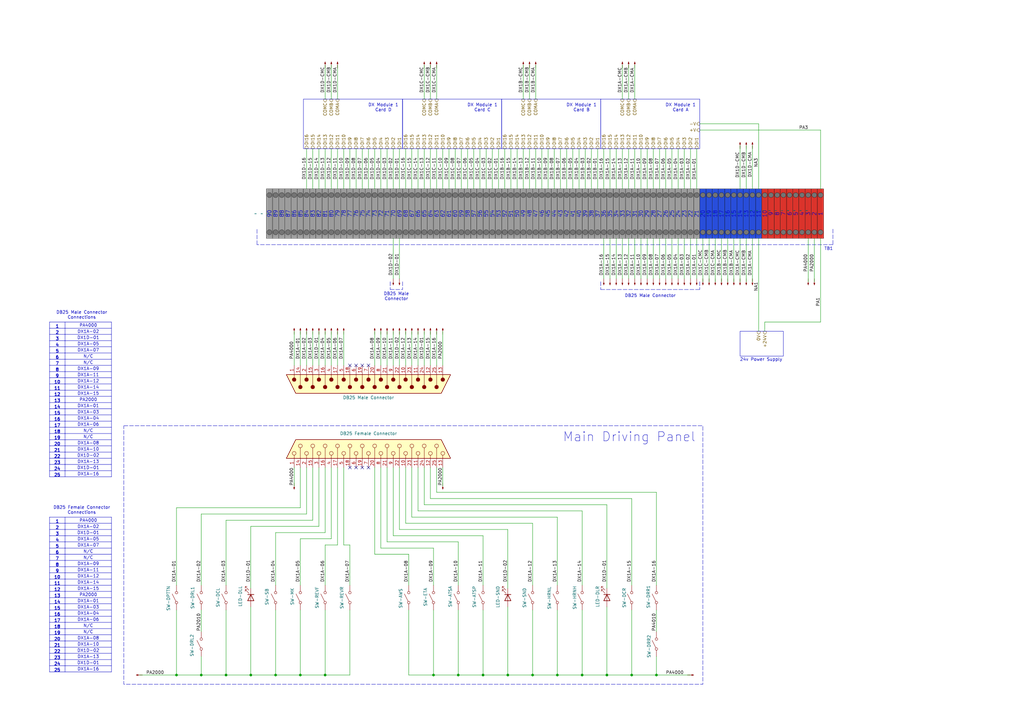
<source format=kicad_sch>
(kicad_sch (version 20250114) (generator "eeschema") (generator_version "9.0")
  (paper "A3")
  (title_block (title "Class 700 Compact Simulator Electrical") (date "2025-06-26") (rev "A"))
  (rectangle (start 246.38 40.64) (end 205.74 60.96))
  (rectangle (start 321.31 146.05) (end 303.53 135.89))
  (rectangle (start 205.74 40.64) (end 165.1 60.96))
  (rectangle (start 165.1 40.64) (end 124.46 60.96))
  (rectangle (start 50.8 174.625) (end 288.29 280.67) (stroke (width 0) (type dash)))
  (rectangle (start 287.02 40.64) (end 246.38 60.96))
  (text "DX Module 1\nCard B" (at 238.506 44.196 0) (effects (font (size 1.27 1.27))))
  (text "24v Power Supply" (at 312.166 147.574 0) (effects (font (size 1.27 1.27))))
  (text "90  \n89  \n88  \n87  \n86  \n85  \n84  \n83  \n82  \n81  \n80  \n79  \n78  \n77  \n76  \n75  \n74  \n73  \n72  \n71  \n70  \n69  \n68  \n67  \n66  \n65  \n64  \n63  \n62  \n61  \n60  \n59  \n58  \n57  \n56  \n55  \n54  \n53  \n52  \n51  \n50  \n49  \n48  \n47  \n46  \n45  \n44  \n43  \n42  \n41  " (at 172.72 86.614 90) (effects (font (size 1.5773 1.5773))))
  (text "TB1" (at 339.852 102.108 0) (effects (font (size 1.27 1.27))))
  (text "DB25 Male\nConnector" (at 162.56 121.666 0) (effects (font (size 1.27 1.27))))
  (text "DB25 Male Connector" (at 266.7 121.412 0) (effects (font (size 1.27 1.27))))
  (text "40\n39\n38\n37\n36\n35\n34\n33\n32\n31\n30\n29\n28\n27\n26\n25\n24\n23\n22\n21\n20\n19\n18\n17\n16\n15\n14\n13\n12\n11\n10\n9\n8\n7\n6\n5\n4\n3\n2\n1" (at 287.02 87.884 90) (effects (font (size 1.5773 1.5773))))
  (text "Main Driving Panel" (at 258.064 179.324 0) (effects (font (size 3.81 3.81))))
  (text "DX Module 1\nCard D" (at 157.226 44.196 0) (effects (font (size 1.27 1.27))))
  (text "DB25 Male Connector\nConnections" (at 33.528 129.286 0) (effects (font (size 1.27 1.27))))
  (text "DX Module 1\nCard C" (at 197.866 44.196 0) (effects (font (size 1.27 1.27))))
  (text "DX Module 1\nCard A" (at 279.146 44.196 0) (effects (font (size 1.27 1.27))))
  (text "DB25 Female Connector\nConnections" (at 33.528 209.296 0) (effects (font (size 1.27 1.27))))
  (junction (at 198.12 276.86))
  (junction (at 248.92 276.86))
  (junction (at 102.87 276.86))
  (junction (at 208.28 276.86))
  (junction (at 218.44 276.86))
  (junction (at 92.71 276.86))
  (junction (at 228.6 276.86))
  (junction (at 133.35 276.86))
  (junction (at 238.76 276.86))
  (junction (at 113.03 276.86))
  (junction (at 177.8 276.86))
  (junction (at 187.96 276.86))
  (junction (at 72.39 276.86))
  (junction (at 82.55 276.86))
  (junction (at 123.19 276.86))
  (junction (at 269.24 276.86))
  (junction (at 259.08 276.86))
  (no_connect (at 148.59 149.86))
  (no_connect (at 146.05 149.86))
  (no_connect (at 151.13 149.86))
  (no_connect (at 143.51 191.77))
  (no_connect (at 143.51 149.86))
  (no_connect (at 151.13 191.77))
  (no_connect (at 146.05 191.77))
  (no_connect (at 148.59 191.77))
  (wire (pts (xy 273.05 60.96) (xy 273.05 77.47)))
  (wire (pts (xy 167.64 276.86) (xy 177.8 276.86)))
  (wire (pts (xy 153.67 227.33) (xy 167.64 227.33)))
  (wire (pts (xy 238.76 250.19) (xy 238.76 276.86)))
  (wire (pts (xy 248.92 276.86) (xy 259.08 276.86)))
  (wire (pts (xy 128.27 213.36) (xy 92.71 213.36)))
  (wire (pts (xy 259.08 240.03) (xy 259.08 204.47)))
  (wire (pts (xy 179.07 60.96) (xy 179.07 77.47)))
  (polyline (pts (xy 165.1 115.57) (xy 165.1 118.745)) (stroke (width 0) (type dash)))
  (wire (pts (xy 308.61 77.47) (xy 308.61 59.69)))
  (wire (pts (xy 177.8 276.86) (xy 187.96 276.86)))
  (wire (pts (xy 336.55 53.34) (xy 287.02 53.34)))
  (wire (pts (xy 219.71 26.67) (xy 219.71 40.64)))
  (wire (pts (xy 313.69 135.89) (xy 313.69 132.08)))
  (wire (pts (xy 250.19 60.96) (xy 250.19 77.47)))
  (wire (pts (xy 133.35 218.44) (xy 133.35 191.77)))
  (wire (pts (xy 228.6 240.03) (xy 228.6 212.09)))
  (wire (pts (xy 199.39 60.96) (xy 199.39 77.47)))
  (wire (pts (xy 125.73 149.86) (xy 125.73 135.89)))
  (wire (pts (xy 278.13 97.79) (xy 278.13 114.3)))
  (wire (pts (xy 259.08 250.19) (xy 259.08 276.86)))
  (wire (pts (xy 166.37 214.63) (xy 166.37 191.77)))
  (wire (pts (xy 173.99 207.01) (xy 173.99 191.77)))
  (wire (pts (xy 247.65 97.79) (xy 247.65 114.3)))
  (wire (pts (xy 113.03 276.86) (xy 123.19 276.86)))
  (wire (pts (xy 311.15 50.8) (xy 287.02 50.8)))
  (wire (pts (xy 171.45 149.86) (xy 171.45 135.89)))
  (wire (pts (xy 138.43 60.96) (xy 138.43 77.47)))
  (wire (pts (xy 306.07 77.47) (xy 306.07 59.69)))
  (wire (pts (xy 143.51 223.52) (xy 140.97 223.52)))
  (wire (pts (xy 306.07 97.79) (xy 306.07 115.57)))
  (wire (pts (xy 82.55 276.86) (xy 92.71 276.86)))
  (wire (pts (xy 248.92 207.01) (xy 173.99 207.01)))
  (wire (pts (xy 123.19 276.86) (xy 133.35 276.86)))
  (wire (pts (xy 125.73 191.77) (xy 125.73 210.82)))
  (wire (pts (xy 245.11 60.96) (xy 245.11 77.47)))
  (wire (pts (xy 161.29 149.86) (xy 161.29 135.89)))
  (wire (pts (xy 113.03 218.44) (xy 133.35 218.44)))
  (wire (pts (xy 313.69 132.08) (xy 336.55 132.08)))
  (polyline (pts (xy 160.02 115.57) (xy 160.02 118.745)) (stroke (width 0) (type dash)))
  (wire (pts (xy 176.53 149.86) (xy 176.53 135.89)))
  (wire (pts (xy 167.64 250.19) (xy 167.64 276.86)))
  (wire (pts (xy 158.75 222.25) (xy 158.75 191.77)))
  (wire (pts (xy 177.8 250.19) (xy 177.8 276.86)))
  (polyline (pts (xy 341.63 93.98) (xy 341.63 100.33)) (stroke (width 0) (type dash)))
  (wire (pts (xy 238.76 209.55) (xy 171.45 209.55)))
  (wire (pts (xy 198.12 276.86) (xy 208.28 276.86)))
  (wire (pts (xy 234.95 60.96) (xy 234.95 77.47)))
  (wire (pts (xy 269.24 276.86) (xy 283.21 276.86)))
  (wire (pts (xy 238.76 240.03) (xy 238.76 209.55)))
  (wire (pts (xy 247.65 60.96) (xy 247.65 77.47)))
  (wire (pts (xy 161.29 191.77) (xy 161.29 219.71)))
  (wire (pts (xy 133.35 149.86) (xy 133.35 135.89)))
  (wire (pts (xy 161.29 97.79) (xy 161.29 114.3)))
  (wire (pts (xy 257.81 60.96) (xy 257.81 77.47)))
  (wire (pts (xy 262.89 97.79) (xy 262.89 114.3)))
  (wire (pts (xy 163.83 97.79) (xy 163.83 114.3)))
  (wire (pts (xy 198.12 219.71) (xy 198.12 240.03)))
  (wire (pts (xy 130.81 149.86) (xy 130.81 135.89)))
  (wire (pts (xy 336.55 132.08) (xy 336.55 97.79)))
  (wire (pts (xy 125.73 210.82) (xy 82.55 210.82)))
  (wire (pts (xy 158.75 60.96) (xy 158.75 77.47)))
  (wire (pts (xy 113.03 218.44) (xy 113.03 240.03)))
  (wire (pts (xy 269.24 250.19) (xy 269.24 259.08)))
  (wire (pts (xy 219.71 60.96) (xy 219.71 77.47)))
  (wire (pts (xy 173.99 26.67) (xy 173.99 40.64)))
  (wire (pts (xy 82.55 276.86) (xy 72.39 276.86)))
  (wire (pts (xy 257.81 26.67) (xy 257.81 40.64)))
  (wire (pts (xy 179.07 26.67) (xy 179.07 40.64)))
  (wire (pts (xy 298.45 97.79) (xy 298.45 115.57)))
  (wire (pts (xy 269.24 201.93) (xy 179.07 201.93)))
  (wire (pts (xy 224.79 60.96) (xy 224.79 77.47)))
  (wire (pts (xy 133.35 223.52) (xy 133.35 240.03)))
  (wire (pts (xy 218.44 276.86) (xy 228.6 276.86)))
  (wire (pts (xy 179.07 201.93) (xy 179.07 191.77)))
  (wire (pts (xy 146.05 60.96) (xy 146.05 77.47)))
  (wire (pts (xy 288.29 97.79) (xy 288.29 115.57)))
  (wire (pts (xy 229.87 60.96) (xy 229.87 77.47)))
  (wire (pts (xy 227.33 60.96) (xy 227.33 77.47)))
  (wire (pts (xy 255.27 26.67) (xy 255.27 40.64)))
  (wire (pts (xy 201.93 60.96) (xy 201.93 77.47)))
  (wire (pts (xy 102.87 215.9) (xy 130.81 215.9)))
  (wire (pts (xy 308.61 97.79) (xy 308.61 115.57)))
  (wire (pts (xy 303.53 77.47) (xy 303.53 59.69)))
  (wire (pts (xy 260.35 97.79) (xy 260.35 114.3)))
  (wire (pts (xy 237.49 60.96) (xy 237.49 77.47)))
  (wire (pts (xy 158.75 149.86) (xy 158.75 135.89)))
  (wire (pts (xy 82.55 269.24) (xy 82.55 276.86)))
  (wire (pts (xy 214.63 60.96) (xy 214.63 77.47)))
  (wire (pts (xy 135.89 60.96) (xy 135.89 77.47)))
  (wire (pts (xy 280.67 60.96) (xy 280.67 77.47)))
  (wire (pts (xy 275.59 60.96) (xy 275.59 77.47)))
  (wire (pts (xy 218.44 250.19) (xy 218.44 276.86)))
  (wire (pts (xy 168.91 149.86) (xy 168.91 135.89)))
  (wire (pts (xy 187.96 222.25) (xy 158.75 222.25)))
  (wire (pts (xy 222.25 60.96) (xy 222.25 77.47)))
  (wire (pts (xy 285.75 60.96) (xy 285.75 77.47)))
  (wire (pts (xy 173.99 60.96) (xy 173.99 77.47)))
  (wire (pts (xy 184.15 60.96) (xy 184.15 77.47)))
  (wire (pts (xy 167.64 227.33) (xy 167.64 240.03)))
  (wire (pts (xy 186.69 60.96) (xy 186.69 77.47)))
  (wire (pts (xy 240.03 60.96) (xy 240.03 77.47)))
  (wire (pts (xy 285.75 97.79) (xy 285.75 114.3)))
  (wire (pts (xy 334.01 97.79) (xy 334.01 115.57)))
  (wire (pts (xy 269.24 240.03) (xy 269.24 201.93)))
  (wire (pts (xy 273.05 97.79) (xy 273.05 114.3)))
  (wire (pts (xy 161.29 60.96) (xy 161.29 77.47)))
  (wire (pts (xy 133.35 276.86) (xy 143.51 276.86)))
  (wire (pts (xy 128.27 191.77) (xy 128.27 213.36)))
  (wire (pts (xy 217.17 60.96) (xy 217.17 77.47)))
  (wire (pts (xy 270.51 97.79) (xy 270.51 114.3)))
  (wire (pts (xy 208.28 241.3) (xy 208.28 217.17)))
  (wire (pts (xy 72.39 208.28) (xy 123.19 208.28)))
  (wire (pts (xy 303.53 97.79) (xy 303.53 115.57)))
  (wire (pts (xy 217.17 26.67) (xy 217.17 40.64)))
  (polyline (pts (xy 246.38 115.57) (xy 246.38 118.745)) (stroke (width 0) (type dash)))
  (wire (pts (xy 102.87 215.9) (xy 102.87 241.3)))
  (wire (pts (xy 283.21 97.79) (xy 283.21 114.3)))
  (wire (pts (xy 218.44 214.63) (xy 166.37 214.63)))
  (wire (pts (xy 176.53 60.96) (xy 176.53 77.47)))
  (wire (pts (xy 208.28 248.92) (xy 208.28 276.86)))
  (wire (pts (xy 113.03 250.19) (xy 113.03 276.86)))
  (wire (pts (xy 252.73 97.79) (xy 252.73 114.3)))
  (wire (pts (xy 161.29 219.71) (xy 198.12 219.71)))
  (wire (pts (xy 181.61 60.96) (xy 181.61 77.47)))
  (wire (pts (xy 270.51 60.96) (xy 270.51 77.47)))
  (wire (pts (xy 196.85 60.96) (xy 196.85 77.47)))
  (wire (pts (xy 92.71 276.86) (xy 102.87 276.86)))
  (wire (pts (xy 283.21 60.96) (xy 283.21 77.47)))
  (wire (pts (xy 181.61 149.86) (xy 181.61 135.89)))
  (wire (pts (xy 191.77 60.96) (xy 191.77 77.47)))
  (wire (pts (xy 262.89 60.96) (xy 262.89 77.47)))
  (polyline (pts (xy 160.02 118.745) (xy 165.1 118.745)) (stroke (width 0) (type dash)))
  (wire (pts (xy 336.55 53.34) (xy 336.55 77.47)))
  (wire (pts (xy 179.07 149.86) (xy 179.07 135.89)))
  (wire (pts (xy 133.35 60.96) (xy 133.35 77.47)))
  (wire (pts (xy 311.15 50.8) (xy 311.15 77.47)))
  (wire (pts (xy 153.67 149.86) (xy 153.67 135.89)))
  (wire (pts (xy 135.89 26.67) (xy 135.89 40.64)))
  (wire (pts (xy 163.83 60.96) (xy 163.83 77.47)))
  (wire (pts (xy 269.24 269.24) (xy 269.24 276.86)))
  (wire (pts (xy 140.97 223.52) (xy 140.97 191.77)))
  (wire (pts (xy 166.37 149.86) (xy 166.37 135.89)))
  (wire (pts (xy 198.12 250.19) (xy 198.12 276.86)))
  (wire (pts (xy 177.8 224.79) (xy 156.21 224.79)))
  (wire (pts (xy 153.67 60.96) (xy 153.67 77.47)))
  (wire (pts (xy 257.81 97.79) (xy 257.81 114.3)))
  (wire (pts (xy 260.35 26.67) (xy 260.35 40.64)))
  (wire (pts (xy 228.6 276.86) (xy 238.76 276.86)))
  (wire (pts (xy 255.27 97.79) (xy 255.27 114.3)))
  (wire (pts (xy 290.83 97.79) (xy 290.83 115.57)))
  (wire (pts (xy 151.13 60.96) (xy 151.13 77.47)))
  (wire (pts (xy 123.19 220.98) (xy 135.89 220.98)))
  (wire (pts (xy 181.61 191.77) (xy 181.61 199.39)))
  (wire (pts (xy 228.6 250.19) (xy 228.6 276.86)))
  (wire (pts (xy 163.83 217.17) (xy 163.83 191.77)))
  (wire (pts (xy 135.89 220.98) (xy 135.89 191.77)))
  (wire (pts (xy 123.19 250.19) (xy 123.19 276.86)))
  (wire (pts (xy 171.45 209.55) (xy 171.45 191.77)))
  (wire (pts (xy 218.44 240.03) (xy 218.44 214.63)))
  (wire (pts (xy 156.21 149.86) (xy 156.21 135.89)))
  (wire (pts (xy 260.35 60.96) (xy 260.35 77.47)))
  (wire (pts (xy 143.51 223.52) (xy 143.51 240.03)))
  (wire (pts (xy 133.35 26.67) (xy 133.35 40.64)))
  (wire (pts (xy 259.08 204.47) (xy 176.53 204.47)))
  (wire (pts (xy 176.53 204.47) (xy 176.53 191.77)))
  (wire (pts (xy 278.13 60.96) (xy 278.13 77.47)))
  (wire (pts (xy 209.55 60.96) (xy 209.55 77.47)))
  (wire (pts (xy 212.09 60.96) (xy 212.09 77.47)))
  (wire (pts (xy 187.96 276.86) (xy 198.12 276.86)))
  (wire (pts (xy 295.91 97.79) (xy 295.91 115.57)))
  (wire (pts (xy 208.28 217.17) (xy 163.83 217.17)))
  (wire (pts (xy 102.87 276.86) (xy 113.03 276.86)))
  (wire (pts (xy 156.21 224.79) (xy 156.21 191.77)))
  (wire (pts (xy 238.76 276.86) (xy 248.92 276.86)))
  (wire (pts (xy 208.28 276.86) (xy 218.44 276.86)))
  (wire (pts (xy 300.99 97.79) (xy 300.99 115.57)))
  (wire (pts (xy 242.57 60.96) (xy 242.57 77.47)))
  (wire (pts (xy 148.59 60.96) (xy 148.59 77.47)))
  (wire (pts (xy 228.6 212.09) (xy 168.91 212.09)))
  (wire (pts (xy 143.51 250.19) (xy 143.51 276.86)))
  (wire (pts (xy 255.27 60.96) (xy 255.27 77.47)))
  (wire (pts (xy 248.92 241.3) (xy 248.92 207.01)))
  (wire (pts (xy 331.47 97.79) (xy 331.47 115.57)))
  (wire (pts (xy 140.97 60.96) (xy 140.97 77.47)))
  (polyline (pts (xy 341.63 100.33) (xy 105.41 100.33)) (stroke (width 0) (type dash)))
  (wire (pts (xy 189.23 60.96) (xy 189.23 77.47)))
  (wire (pts (xy 92.71 213.36) (xy 92.71 240.03)))
  (wire (pts (xy 123.19 220.98) (xy 123.19 240.03)))
  (polyline (pts (xy 105.41 100.33) (xy 105.41 93.98)) (stroke (width 0) (type dash)))
  (wire (pts (xy 259.08 276.86) (xy 269.24 276.86)))
  (wire (pts (xy 265.43 97.79) (xy 265.43 114.3)))
  (wire (pts (xy 125.73 60.96) (xy 125.73 77.47)))
  (wire (pts (xy 123.19 149.86) (xy 123.19 135.89)))
  (wire (pts (xy 232.41 60.96) (xy 232.41 77.47)))
  (wire (pts (xy 168.91 60.96) (xy 168.91 77.47)))
  (wire (pts (xy 138.43 26.67) (xy 138.43 40.64)))
  (wire (pts (xy 120.65 149.86) (xy 120.65 135.89)))
  (wire (pts (xy 207.01 60.96) (xy 207.01 77.47)))
  (wire (pts (xy 128.27 60.96) (xy 128.27 77.47)))
  (polyline (pts (xy 246.38 118.745) (xy 287.02 118.745)) (stroke (width 0) (type dash)))
  (wire (pts (xy 57.15 276.86) (xy 72.39 276.86)))
  (wire (pts (xy 187.96 250.19) (xy 187.96 276.86)))
  (wire (pts (xy 204.47 60.96) (xy 204.47 77.47)))
  (wire (pts (xy 130.81 60.96) (xy 130.81 77.47)))
  (wire (pts (xy 280.67 97.79) (xy 280.67 114.3)))
  (wire (pts (xy 156.21 60.96) (xy 156.21 77.47)))
  (polyline (pts (xy 287.02 115.57) (xy 287.02 118.745)) (stroke (width 0) (type dash)))
  (wire (pts (xy 214.63 26.67) (xy 214.63 40.64)))
  (wire (pts (xy 171.45 60.96) (xy 171.45 77.47)))
  (wire (pts (xy 82.55 210.82) (xy 82.55 240.03)))
  (wire (pts (xy 166.37 60.96) (xy 166.37 77.47)))
  (wire (pts (xy 72.39 250.19) (xy 72.39 276.86)))
  (wire (pts (xy 265.43 60.96) (xy 265.43 77.47)))
  (wire (pts (xy 135.89 149.86) (xy 135.89 135.89)))
  (wire (pts (xy 267.97 60.96) (xy 267.97 77.47)))
  (wire (pts (xy 168.91 212.09) (xy 168.91 191.77)))
  (wire (pts (xy 173.99 149.86) (xy 173.99 135.89)))
  (wire (pts (xy 252.73 60.96) (xy 252.73 77.47)))
  (wire (pts (xy 311.15 135.89) (xy 311.15 97.79)))
  (wire (pts (xy 123.19 208.28) (xy 123.19 191.77)))
  (wire (pts (xy 250.19 97.79) (xy 250.19 114.3)))
  (wire (pts (xy 140.97 149.86) (xy 140.97 135.89)))
  (wire (pts (xy 133.35 223.52) (xy 138.43 223.52)))
  (wire (pts (xy 267.97 97.79) (xy 267.97 114.3)))
  (wire (pts (xy 92.71 250.19) (xy 92.71 276.86)))
  (wire (pts (xy 163.83 149.86) (xy 163.83 135.89)))
  (wire (pts (xy 138.43 149.86) (xy 138.43 135.89)))
  (wire (pts (xy 176.53 26.67) (xy 176.53 40.64)))
  (wire (pts (xy 82.55 250.19) (xy 82.55 259.08)))
  (wire (pts (xy 187.96 222.25) (xy 187.96 240.03)))
  (wire (pts (xy 293.37 97.79) (xy 293.37 115.57)))
  (wire (pts (xy 275.59 97.79) (xy 275.59 114.3)))
  (wire (pts (xy 128.27 149.86) (xy 128.27 135.89)))
  (wire (pts (xy 120.65 191.77) (xy 120.65 199.39)))
  (wire (pts (xy 72.39 208.28) (xy 72.39 240.03)))
  (wire (pts (xy 153.67 191.77) (xy 153.67 227.33)))
  (wire (pts (xy 194.31 60.96) (xy 194.31 77.47)))
  (wire (pts (xy 143.51 60.96) (xy 143.51 77.47)))
  (wire (pts (xy 138.43 223.52) (xy 138.43 191.77)))
  (wire (pts (xy 177.8 224.79) (xy 177.8 240.03)))
  (wire (pts (xy 133.35 250.19) (xy 133.35 276.86)))
  (wire (pts (xy 102.87 248.92) (xy 102.87 276.86)))
  (wire (pts (xy 130.81 215.9) (xy 130.81 191.77)))
  (wire (pts (xy 248.92 248.92) (xy 248.92 276.86)))
  (table (column_count 2) (border (external yes) (header yes)) (separators (rows yes) (cols yes)) (column_widths 6.35 19.05) (row_heights 2.54 2.54 2.54 2.54 2.54 2.54 2.54 2.54 2.54 2.54 2.54 2.54 2.54 2.54 2.54 2.54 2.54 2.54 2.54 2.54 2.54 2.54 2.54 2.54 2.54) (cells (table_cell "1" (at 20.32 132.08 0) (size 6.35 2.54) (margins 0.9525 0.9525 0.9525 0.9525) (span 1 1)) (table_cell "PA4000" (at 26.67 132.08 0) (size 19.05 2.54) (margins 0.9525 0.9525 0.9525 0.9525) (span 1 1)) (table_cell "2" (at 20.32 134.62 0) (size 6.35 2.54) (margins 0.9525 0.9525 0.9525 0.9525) (span 1 1)) (table_cell "DX1A-02" (at 26.67 134.62 0) (size 19.05 2.54) (margins 0.9525 0.9525 0.9525 0.9525) (span 1 1)) (table_cell "3" (at 20.32 137.16 0) (size 6.35 2.54) (margins 0.9525 0.9525 0.9525 0.9525) (span 1 1)) (table_cell "DX1D-01" (at 26.67 137.16 0) (size 19.05 2.54) (margins 0.9525 0.9525 0.9525 0.9525) (span 1 1)) (table_cell "4" (at 20.32 139.7 0) (size 6.35 2.54) (margins 0.9525 0.9525 0.9525 0.9525) (span 1 1)) (table_cell "DX1A-05" (at 26.67 139.7 0) (size 19.05 2.54) (margins 0.9525 0.9525 0.9525 0.9525) (span 1 1)) (table_cell "5" (at 20.32 142.24 0) (size 6.35 2.54) (margins 0.9525 0.9525 0.9525 0.9525) (span 1 1)) (table_cell "DX1A-07" (at 26.67 142.24 0) (size 19.05 2.54) (margins 0.9525 0.9525 0.9525 0.9525) (span 1 1)) (table_cell "6" (at 20.32 144.78 0) (size 6.35 2.54) (margins 0.9525 0.9525 0.9525 0.9525) (span 1 1)) (table_cell "N/C" (at 26.67 144.78 0) (size 19.05 2.54) (margins 0.9525 0.9525 0.9525 0.9525) (span 1 1)) (table_cell "7" (at 20.32 147.32 0) (size 6.35 2.54) (margins 0.9525 0.9525 0.9525 0.9525) (span 1 1)) (table_cell "N/C" (at 26.67 147.32 0) (size 19.05 2.54) (margins 0.9525 0.9525 0.9525 0.9525) (span 1 1)) (table_cell "8" (at 20.32 149.86 0) (size 6.35 2.54) (margins 0.9525 0.9525 0.9525 0.9525) (span 1 1)) (table_cell "DX1A-09" (at 26.67 149.86 0) (size 19.05 2.54) (margins 0.9525 0.9525 0.9525 0.9525) (span 1 1)) (table_cell "9" (at 20.32 152.4 0) (size 6.35 2.54) (margins 0.9525 0.9525 0.9525 0.9525) (span 1 1)) (table_cell "DX1A-11" (at 26.67 152.4 0) (size 19.05 2.54) (margins 0.9525 0.9525 0.9525 0.9525) (span 1 1)) (table_cell "10" (at 20.32 154.94 0) (size 6.35 2.54) (margins 0.9525 0.9525 0.9525 0.9525) (span 1 1)) (table_cell "DX1A-12" (at 26.67 154.94 0) (size 19.05 2.54) (margins 0.9525 0.9525 0.9525 0.9525) (span 1 1)) (table_cell "11" (at 20.32 157.48 0) (size 6.35 2.54) (margins 0.9525 0.9525 0.9525 0.9525) (span 1 1)) (table_cell "DX1A-14" (at 26.67 157.48 0) (size 19.05 2.54) (margins 0.9525 0.9525 0.9525 0.9525) (span 1 1)) (table_cell "12" (at 20.32 160.02 0) (size 6.35 2.54) (margins 0.9525 0.9525 0.9525 0.9525) (span 1 1)) (table_cell "DX1A-15" (at 26.67 160.02 0) (size 19.05 2.54) (margins 0.9525 0.9525 0.9525 0.9525) (span 1 1)) (table_cell "13" (at 20.32 162.56 0) (size 6.35 2.54) (margins 0.9525 0.9525 0.9525 0.9525) (span 1 1)) (table_cell "PA2000" (at 26.67 162.56 0) (size 19.05 2.54) (margins 0.9525 0.9525 0.9525 0.9525) (span 1 1)) (table_cell "14" (at 20.32 165.1 0) (size 6.35 2.54) (margins 0.9525 0.9525 0.9525 0.9525) (span 1 1)) (table_cell "DX1A-01" (at 26.67 165.1 0) (size 19.05 2.54) (margins 0.9525 0.9525 0.9525 0.9525) (span 1 1)) (table_cell "15" (at 20.32 167.64 0) (size 6.35 2.54) (margins 0.9525 0.9525 0.9525 0.9525) (span 1 1)) (table_cell "DX1A-03" (at 26.67 167.64 0) (size 19.05 2.54) (margins 0.9525 0.9525 0.9525 0.9525) (span 1 1)) (table_cell "16" (at 20.32 170.18 0) (size 6.35 2.54) (margins 0.9525 0.9525 0.9525 0.9525) (span 1 1)) (table_cell "DX1A-04" (at 26.67 170.18 0) (size 19.05 2.54) (margins 0.9525 0.9525 0.9525 0.9525) (span 1 1)) (table_cell "17" (at 20.32 172.72 0) (size 6.35 2.54) (margins 0.9525 0.9525 0.9525 0.9525) (span 1 1)) (table_cell "DX1A-06" (at 26.67 172.72 0) (size 19.05 2.54) (margins 0.9525 0.9525 0.9525 0.9525) (span 1 1)) (table_cell "18" (at 20.32 175.26 0) (size 6.35 2.54) (margins 0.9525 0.9525 0.9525 0.9525) (span 1 1)) (table_cell "N/C" (at 26.67 175.26 0) (size 19.05 2.54) (margins 0.9525 0.9525 0.9525 0.9525) (span 1 1)) (table_cell "19" (at 20.32 177.8 0) (size 6.35 2.54) (margins 0.9525 0.9525 0.9525 0.9525) (span 1 1)) (table_cell "N/C" (at 26.67 177.8 0) (size 19.05 2.54) (margins 0.9525 0.9525 0.9525 0.9525) (span 1 1)) (table_cell "20" (at 20.32 180.34 0) (size 6.35 2.54) (margins 0.9525 0.9525 0.9525 0.9525) (span 1 1)) (table_cell "DX1A-08" (at 26.67 180.34 0) (size 19.05 2.54) (margins 0.9525 0.9525 0.9525 0.9525) (span 1 1)) (table_cell "21" (at 20.32 182.88 0) (size 6.35 2.54) (margins 0.9525 0.9525 0.9525 0.9525) (span 1 1)) (table_cell "DX1A-10" (at 26.67 182.88 0) (size 19.05 2.54) (margins 0.9525 0.9525 0.9525 0.9525) (span 1 1)) (table_cell "22" (at 20.32 185.42 0) (size 6.35 2.54) (margins 0.9525 0.9525 0.9525 0.9525) (span 1 1)) (table_cell "DX1D-02" (at 26.67 185.42 0) (size 19.05 2.54) (margins 0.9525 0.9525 0.9525 0.9525) (span 1 1)) (table_cell "23" (at 20.32 187.96 0) (size 6.35 2.54) (margins 0.9525 0.9525 0.9525 0.9525) (span 1 1)) (table_cell "DX1A-13" (at 26.67 187.96 0) (size 19.05 2.54) (margins 0.9525 0.9525 0.9525 0.9525) (span 1 1)) (table_cell "24" (at 20.32 190.5 0) (size 6.35 2.54) (margins 0.9525 0.9525 0.9525 0.9525) (span 1 1)) (table_cell "DX1D-01" (at 26.67 190.5 0) (size 19.05 2.54) (margins 0.9525 0.9525 0.9525 0.9525) (span 1 1)) (table_cell "25" (at 20.32 193.04 0) (size 6.35 2.54) (margins 0.9525 0.9525 0.9525 0.9525) (span 1 1)) (table_cell "DX1A-16" (at 26.67 193.04 0) (size 19.05 2.54) (margins 0.9525 0.9525 0.9525 0.9525) (span 1 1))))
  (table (column_count 2) (border (external yes) (header yes)) (separators (rows yes) (cols yes)) (column_widths 6.35 19.05) (row_heights 2.54 2.54 2.54 2.54 2.54 2.54 2.54 2.54 2.54 2.54 2.54 2.54 2.54 2.54 2.54 2.54 2.54 2.54 2.54 2.54 2.54 2.54 2.54 2.54 2.54) (cells (table_cell "1" (at 20.32 212.09 0) (size 6.35 2.54) (margins 0.9525 0.9525 0.9525 0.9525) (span 1 1)) (table_cell "PA4000" (at 26.67 212.09 0) (size 19.05 2.54) (margins 0.9525 0.9525 0.9525 0.9525) (span 1 1)) (table_cell "2" (at 20.32 214.63 0) (size 6.35 2.54) (margins 0.9525 0.9525 0.9525 0.9525) (span 1 1)) (table_cell "DX1A-02" (at 26.67 214.63 0) (size 19.05 2.54) (margins 0.9525 0.9525 0.9525 0.9525) (span 1 1)) (table_cell "3" (at 20.32 217.17 0) (size 6.35 2.54) (margins 0.9525 0.9525 0.9525 0.9525) (span 1 1)) (table_cell "DX1D-01" (at 26.67 217.17 0) (size 19.05 2.54) (margins 0.9525 0.9525 0.9525 0.9525) (span 1 1)) (table_cell "4" (at 20.32 219.71 0) (size 6.35 2.54) (margins 0.9525 0.9525 0.9525 0.9525) (span 1 1)) (table_cell "DX1A-05" (at 26.67 219.71 0) (size 19.05 2.54) (margins 0.9525 0.9525 0.9525 0.9525) (span 1 1)) (table_cell "5" (at 20.32 222.25 0) (size 6.35 2.54) (margins 0.9525 0.9525 0.9525 0.9525) (span 1 1)) (table_cell "DX1A-07" (at 26.67 222.25 0) (size 19.05 2.54) (margins 0.9525 0.9525 0.9525 0.9525) (span 1 1)) (table_cell "6" (at 20.32 224.79 0) (size 6.35 2.54) (margins 0.9525 0.9525 0.9525 0.9525) (span 1 1)) (table_cell "N/C" (at 26.67 224.79 0) (size 19.05 2.54) (margins 0.9525 0.9525 0.9525 0.9525) (span 1 1)) (table_cell "7" (at 20.32 227.33 0) (size 6.35 2.54) (margins 0.9525 0.9525 0.9525 0.9525) (span 1 1)) (table_cell "N/C" (at 26.67 227.33 0) (size 19.05 2.54) (margins 0.9525 0.9525 0.9525 0.9525) (span 1 1)) (table_cell "8" (at 20.32 229.87 0) (size 6.35 2.54) (margins 0.9525 0.9525 0.9525 0.9525) (span 1 1)) (table_cell "DX1A-09" (at 26.67 229.87 0) (size 19.05 2.54) (margins 0.9525 0.9525 0.9525 0.9525) (span 1 1)) (table_cell "9" (at 20.32 232.41 0) (size 6.35 2.54) (margins 0.9525 0.9525 0.9525 0.9525) (span 1 1)) (table_cell "DX1A-11" (at 26.67 232.41 0) (size 19.05 2.54) (margins 0.9525 0.9525 0.9525 0.9525) (span 1 1)) (table_cell "10" (at 20.32 234.95 0) (size 6.35 2.54) (margins 0.9525 0.9525 0.9525 0.9525) (span 1 1)) (table_cell "DX1A-12" (at 26.67 234.95 0) (size 19.05 2.54) (margins 0.9525 0.9525 0.9525 0.9525) (span 1 1)) (table_cell "11" (at 20.32 237.49 0) (size 6.35 2.54) (margins 0.9525 0.9525 0.9525 0.9525) (span 1 1)) (table_cell "DX1A-14" (at 26.67 237.49 0) (size 19.05 2.54) (margins 0.9525 0.9525 0.9525 0.9525) (span 1 1)) (table_cell "12" (at 20.32 240.03 0) (size 6.35 2.54) (margins 0.9525 0.9525 0.9525 0.9525) (span 1 1)) (table_cell "DX1A-15" (at 26.67 240.03 0) (size 19.05 2.54) (margins 0.9525 0.9525 0.9525 0.9525) (span 1 1)) (table_cell "13" (at 20.32 242.57 0) (size 6.35 2.54) (margins 0.9525 0.9525 0.9525 0.9525) (span 1 1)) (table_cell "PA2000" (at 26.67 242.57 0) (size 19.05 2.54) (margins 0.9525 0.9525 0.9525 0.9525) (span 1 1)) (table_cell "14" (at 20.32 245.11 0) (size 6.35 2.54) (margins 0.9525 0.9525 0.9525 0.9525) (span 1 1)) (table_cell "DX1A-01" (at 26.67 245.11 0) (size 19.05 2.54) (margins 0.9525 0.9525 0.9525 0.9525) (span 1 1)) (table_cell "15" (at 20.32 247.65 0) (size 6.35 2.54) (margins 0.9525 0.9525 0.9525 0.9525) (span 1 1)) (table_cell "DX1A-03" (at 26.67 247.65 0) (size 19.05 2.54) (margins 0.9525 0.9525 0.9525 0.9525) (span 1 1)) (table_cell "16" (at 20.32 250.19 0) (size 6.35 2.54) (margins 0.9525 0.9525 0.9525 0.9525) (span 1 1)) (table_cell "DX1A-04" (at 26.67 250.19 0) (size 19.05 2.54) (margins 0.9525 0.9525 0.9525 0.9525) (span 1 1)) (table_cell "17" (at 20.32 252.73 0) (size 6.35 2.54) (margins 0.9525 0.9525 0.9525 0.9525) (span 1 1)) (table_cell "DX1A-06" (at 26.67 252.73 0) (size 19.05 2.54) (margins 0.9525 0.9525 0.9525 0.9525) (span 1 1)) (table_cell "18" (at 20.32 255.27 0) (size 6.35 2.54) (margins 0.9525 0.9525 0.9525 0.9525) (span 1 1)) (table_cell "N/C" (at 26.67 255.27 0) (size 19.05 2.54) (margins 0.9525 0.9525 0.9525 0.9525) (span 1 1)) (table_cell "19" (at 20.32 257.81 0) (size 6.35 2.54) (margins 0.9525 0.9525 0.9525 0.9525) (span 1 1)) (table_cell "N/C" (at 26.67 257.81 0) (size 19.05 2.54) (margins 0.9525 0.9525 0.9525 0.9525) (span 1 1)) (table_cell "20" (at 20.32 260.35 0) (size 6.35 2.54) (margins 0.9525 0.9525 0.9525 0.9525) (span 1 1)) (table_cell "DX1A-08" (at 26.67 260.35 0) (size 19.05 2.54) (margins 0.9525 0.9525 0.9525 0.9525) (span 1 1)) (table_cell "21" (at 20.32 262.89 0) (size 6.35 2.54) (margins 0.9525 0.9525 0.9525 0.9525) (span 1 1)) (table_cell "DX1A-10" (at 26.67 262.89 0) (size 19.05 2.54) (margins 0.9525 0.9525 0.9525 0.9525) (span 1 1)) (table_cell "22" (at 20.32 265.43 0) (size 6.35 2.54) (margins 0.9525 0.9525 0.9525 0.9525) (span 1 1)) (table_cell "DX1D-02" (at 26.67 265.43 0) (size 19.05 2.54) (margins 0.9525 0.9525 0.9525 0.9525) (span 1 1)) (table_cell "23" (at 20.32 267.97 0) (size 6.35 2.54) (margins 0.9525 0.9525 0.9525 0.9525) (span 1 1)) (table_cell "DX1A-13" (at 26.67 267.97 0) (size 19.05 2.54) (margins 0.9525 0.9525 0.9525 0.9525) (span 1 1)) (table_cell "24" (at 20.32 270.51 0) (size 6.35 2.54) (margins 0.9525 0.9525 0.9525 0.9525) (span 1 1)) (table_cell "DX1D-01" (at 26.67 270.51 0) (size 19.05 2.54) (margins 0.9525 0.9525 0.9525 0.9525) (span 1 1)) (table_cell "25" (at 20.32 273.05 0) (size 6.35 2.54) (margins 0.9525 0.9525 0.9525 0.9525) (span 1 1)) (table_cell "DX1A-16" (at 26.67 273.05 0) (size 19.05 2.54) (margins 0.9525 0.9525 0.9525 0.9525) (span 1 1))))
  (label "DX1A-05" (at 123.19 238.76 90))
  (label "DX1A-02" (at 125.73 147.32 90))
  (label "DX1B-10" (at 222.25 73.7057 90))
  (label "DX1C-07" (at 189.23 73.7057 90))
  (label "DX1D-12" (at 135.89 73.6588 90))
  (label "DX1B-16" (at 207.01 73.66 90))
  (label "DX1A-01" (at 285.75 113.03 90))
  (label "DX1A-06" (at 133.35 238.76 90))
  (label "DX1A-16" (at 247.65 113.03 90))
  (label "PA1" (at 336.55 121.92 270))
  (label "DX1A-03" (at 128.27 147.32 90))
  (label "DX1C-CMC" (at 173.99 38.1 90))
  (label "DX1C-06" (at 191.77 73.7057 90))
  (label "DX1D-CMB" (at 306.07 62.23 270))
  (label "DX1D-01" (at 130.81 147.32 90))
  (label "DX1D-CMC" (at 133.35 38.1 90))
  (label "DX1C-01" (at 204.47 73.7057 90))
  (label "DX1B-04" (at 237.49 73.7057 90))
  (label "DX1D-14" (at 130.81 73.7057 90))
  (label "DX1C-CMA" (at 293.37 113.03 90))
  (label "PA4000" (at 331.47 104.14 270))
  (label "DX1C-CMB" (at 176.53 38.1 90))
  (label "DX1D-01" (at 248.92 238.76 90))
  (label "DX1D-01" (at 102.87 238.76 90))
  (label "DX1C-09" (at 184.15 73.7057 90))
  (label "DX1A-01" (at 285.75 73.7057 90))
  (label "DX1D-01" (at 163.83 73.7057 90))
  (label "DX1B-CMB" (at 217.17 38.1 90))
  (label "DX1A-16" (at 247.65 73.66 90))
  (label "DX1C-03" (at 199.39 73.7057 90))
  (label "DX1D-04" (at 156.21 73.7057 90))
  (label "DX1A-CMC" (at 303.53 113.03 90))
  (label "DX1A-02" (at 82.55 238.76 90))
  (label "DX1C-14" (at 171.45 73.7057 90))
  (label "DX1C-04" (at 196.85 73.7057 90))
  (label "DX1C-02" (at 201.93 73.7057 90))
  (label "DX1A-07" (at 270.51 73.7057 90))
  (label "DX1A-09" (at 177.8 238.76 90))
  (label "DX1B-01" (at 245.11 73.7057 90))
  (label "DX1A-14" (at 252.73 113.03 90))
  (label "DX1B-06" (at 232.41 73.7057 90))
  (label "DX1A-09" (at 265.43 113.03 90))
  (label "DX1A-07" (at 143.51 238.76 90))
  (label "DX1D-10" (at 140.97 73.7057 90))
  (label "DX1D-03" (at 158.75 73.7057 90))
  (label "DX1A-13" (at 255.27 113.03 90))
  (label "DX1D-08" (at 146.05 73.7057 90))
  (label "DX1B-12" (at 217.17 73.6588 90))
  (label "DX1A-08" (at 267.97 73.7057 90))
  (label "PA2010" (at 82.55 251.46 270))
  (label "DX1B-02" (at 242.57 73.7057 90))
  (label "DX1A-08" (at 267.97 113.03 90))
  (label "DX1B-03" (at 240.03 73.7057 90))
  (label "DX1A-10" (at 187.96 238.76 90))
  (label "DX1A-07" (at 270.51 113.03 90))
  (label "DX1A-13" (at 255.27 73.7057 90))
  (label "DX1B-05" (at 234.95 73.7057 90))
  (label "DX1D-02" (at 161.29 113.03 90))
  (label "DX1A-12" (at 166.37 147.32 90))
  (label "DX1A-03" (at 280.67 73.7057 90))
  (label "DX1D-15" (at 128.27 73.7057 90))
  (label "DX1A-08" (at 153.67 147.32 90))
  (label "DX1A-05" (at 275.59 113.03 90))
  (label "DX1A-02" (at 283.21 113.03 90))
  (label "DX1B-CMB" (at 298.45 113.03 90))
  (label "DX1D-07" (at 148.59 73.7057 90))
  (label "DX1A-03" (at 92.71 238.76 90))
  (label "DX1D-01" (at 173.99 147.32 90))
  (label "DX1D-16" (at 125.73 73.66 90))
  (label "DX1A-10" (at 158.75 147.32 90))
  (label "DX1A-16" (at 179.07 147.32 90))
  (label "DX1A-06" (at 273.05 113.03 90))
  (label "DX1C-05" (at 194.31 73.7057 90))
  (label "DX1A-09" (at 265.43 73.7057 90))
  (label "DX1D-06" (at 151.13 73.7057 90))
  (label "DX1C-12" (at 176.53 73.6588 90))
  (label "DX1B-07" (at 229.87 73.7057 90))
  (label "DX1D-02" (at 208.28 238.76 90))
  (label "DX1C-10" (at 181.61 73.7057 90))
  (label "DX1D-01" (at 163.83 113.03 90))
  (label "DX1A-04" (at 133.35 147.32 90))
  (label "DX1A-13" (at 168.91 147.32 90))
  (label "DX1B-CMA" (at 219.71 38.1 90))
  (label "DX1D-02" (at 161.29 73.7057 90))
  (label "PA4000" (at 273.05 276.86 0))
  (label "DX1A-06" (at 273.05 73.7057 90))
  (label "DX1A-01" (at 72.39 238.76 90))
  (label "DX1B-CMC" (at 295.91 113.03 90))
  (label "DX1A-15" (at 250.19 113.03 90))
  (label "DX1A-CMB" (at 306.07 113.03 90))
  (label "DX1A-CMA" (at 260.35 38.1 90))
  (label "DX1A-15" (at 259.08 238.76 90))
  (label "DX1B-CMC" (at 214.63 38.1 90))
  (label "NA3" (at 311.15 64.77 270))
  (label "DX1A-14" (at 252.73 73.7057 90))
  (label "DX1A-11" (at 161.29 147.32 90))
  (label "DX1A-10" (at 262.89 113.03 90))
  (label "DX1D-CMC" (at 303.53 62.23 270))
  (label "DX1C-11" (at 179.07 73.6588 90))
  (label "DX1A-CMA" (at 308.61 113.03 90))
  (label "NA1" (at 311.15 115.57 270))
  (label "DX1A-02" (at 283.21 73.7057 90))
  (label "DX1D-09" (at 143.51 73.7057 90))
  (label "PA4000" (at 120.65 147.32 90))
  (label "PA4000" (at 120.65 191.77 270))
  (label "DX1C-15" (at 168.91 73.7057 90))
  (label "DX1A-12" (at 218.44 238.76 90))
  (label "DX1A-05" (at 275.59 73.7057 90))
  (label "DX1C-13" (at 173.99 73.7057 90))
  (label "PA3" (at 331.47 53.34 180))
  (label "DX1C-CMB" (at 290.83 113.03 90))
  (label "DX1D-11" (at 138.43 73.6588 90))
  (label "DX1A-13" (at 228.6 238.76 90))
  (label "DX1B-08" (at 227.33 73.7057 90))
  (label "DX1A-01" (at 123.19 147.32 90))
  (label "DX1A-16" (at 269.24 238.76 90))
  (label "DX1A-06" (at 138.43 147.32 90))
  (label "DX1A-CMC" (at 255.27 38.1 90))
  (label "DX1C-16" (at 166.37 73.66 90))
  (label "DX1A-10" (at 262.89 73.7057 90))
  (label "DX1A-03" (at 280.67 113.03 90))
  (label "PA4010" (at 269.24 251.46 270))
  (label "DX1A-04" (at 113.03 238.76 90))
  (label "PA2000" (at 334.01 104.14 270))
  (label "DX1A-11" (at 198.12 238.76 90))
  (label "DX1A-07" (at 140.97 147.32 90))
  (label "DX1D-13" (at 133.35 73.7057 90))
  (label "DX1D-CMA" (at 138.43 38.1 90))
  (label "DX1B-11" (at 219.71 73.6588 90))
  (label "DX1D-CMA" (at 308.61 62.23 270))
  (label "DX1C-CMC" (at 288.29 113.03 90))
  (label "DX1A-12" (at 257.81 73.6588 90))
  (label "DX1A-CMB" (at 257.81 38.1 90))
  (label "DX1A-15" (at 250.19 73.7057 90))
  (label "DX1A-04" (at 278.13 73.7057 90))
  (label "DX1B-15" (at 209.55 73.7057 90))
  (label "PA2000" (at 181.61 191.77 270))
  (label "PA2000" (at 67.31 276.86 180))
  (label "DX1A-08" (at 167.64 238.76 90))
  (label "DX1C-CMA" (at 179.07 38.1 90))
  (label "DX1A-05" (at 135.89 147.32 90))
  (label "DX1A-04" (at 278.13 113.03 90))
  (label "DX1D-02" (at 163.83 147.32 90))
  (label "DX1B-14" (at 212.09 73.7057 90))
  (label "DX1A-11" (at 260.35 73.6588 90))
  (label "DX1C-08" (at 186.69 73.7057 90))
  (label "DX1D-05" (at 153.67 73.7057 90))
  (label "DX1A-14" (at 238.76 238.76 90))
  (label "PA2000" (at 181.61 147.32 90))
  (label "DX1A-12" (at 257.81 113.03 90))
  (label "DX1D-CMB" (at 135.89 38.1 90))
  (label "DX1B-CMA" (at 300.99 113.03 90))
  (label "DX1A-15" (at 176.53 147.32 90))
  (label "DX1B-09" (at 224.79 73.7057 90))
  (label "DX1A-14" (at 171.45 147.32 90))
  (label "DX1A-09" (at 156.21 147.32 90))
  (label "DX1B-13" (at 214.63 73.7057 90))
  (label "DX1A-11" (at 260.35 113.03 90))
  (hierarchical_label "COMB" (shape output) (at 135.89 40.64 270))
  (hierarchical_label "DI8" (shape output) (at 146.05 60.96 90))
  (hierarchical_label "-V" (shape output) (at 287.02 50.8 180))
  (hierarchical_label "DI14" (shape output) (at 130.81 60.96 90))
  (hierarchical_label "DI12" (shape output) (at 217.17 60.96 90))
  (hierarchical_label "DI6" (shape output) (at 191.77 60.96 90))
  (hierarchical_label "DI6" (shape output) (at 273.05 60.96 90))
  (hierarchical_label "DI6" (shape output) (at 232.41 60.96 90))
  (hierarchical_label "DI15" (shape output) (at 209.55 60.96 90))
  (hierarchical_label "DI5" (shape output) (at 194.31 60.96 90))
  (hierarchical_label "DI6" (shape output) (at 151.13 60.96 90))
  (hierarchical_label "DI2" (shape output) (at 161.29 60.96 90))
  (hierarchical_label "DI3" (shape output) (at 240.03 60.96 90))
  (hierarchical_label "DI14" (shape output) (at 212.09 60.96 90))
  (hierarchical_label "DI9" (shape output) (at 224.79 60.96 90))
  (hierarchical_label "DI11" (shape output) (at 219.71 60.96 90))
  (hierarchical_label "DI7" (shape output) (at 229.87 60.96 90))
  (hierarchical_label "COMC" (shape output) (at 173.99 40.64 270))
  (hierarchical_label "COMC" (shape output) (at 255.27 40.64 270))
  (hierarchical_label "DI5" (shape output) (at 234.95 60.96 90))
  (hierarchical_label "DI3" (shape output) (at 199.39 60.96 90))
  (hierarchical_label "DI7" (shape output) (at 270.51 60.96 90))
  (hierarchical_label "DI10" (shape output) (at 222.25 60.96 90))
  (hierarchical_label "COMB" (shape output) (at 176.53 40.64 270))
  (hierarchical_label "DI2" (shape output) (at 283.21 60.96 90))
  (hierarchical_label "DI8" (shape output) (at 267.97 60.96 90))
  (hierarchical_label "DI12" (shape output) (at 176.53 60.96 90))
  (hierarchical_label "DI1" (shape output) (at 245.11 60.96 90))
  (hierarchical_label "DI13" (shape output) (at 133.35 60.96 90))
  (hierarchical_label "DI11" (shape output) (at 260.35 60.96 90))
  (hierarchical_label "DI16" (shape output) (at 166.37 60.96 90))
  (hierarchical_label "DI11" (shape output) (at 179.07 60.96 90))
  (hierarchical_label "DI4" (shape output) (at 156.21 60.96 90))
  (hierarchical_label "DI12" (shape output) (at 135.89 60.96 90))
  (hierarchical_label "DI10" (shape output) (at 181.61 60.96 90))
  (hierarchical_label "DI13" (shape output) (at 173.99 60.96 90))
  (hierarchical_label "DI4" (shape output) (at 237.49 60.96 90))
  (hierarchical_label "DI7" (shape output) (at 189.23 60.96 90))
  (hierarchical_label "DI5" (shape output) (at 275.59 60.96 90))
  (hierarchical_label "DI3" (shape output) (at 158.75 60.96 90))
  (hierarchical_label "DI14" (shape output) (at 171.45 60.96 90))
  (hierarchical_label "COMA" (shape output) (at 219.71 40.64 270))
  (hierarchical_label "DI4" (shape output) (at 196.85 60.96 90))
  (hierarchical_label "DI16" (shape output) (at 247.65 60.96 90))
  (hierarchical_label "DI2" (shape output) (at 201.93 60.96 90))
  (hierarchical_label "DI1" (shape output) (at 163.83 60.96 90))
  (hierarchical_label "DI1" (shape output) (at 285.75 60.96 90))
  (hierarchical_label "DI12" (shape output) (at 257.81 60.96 90))
  (hierarchical_label "DI13" (shape output) (at 255.27 60.96 90))
  (hierarchical_label "DI15" (shape output) (at 128.27 60.96 90))
  (hierarchical_label "0V" (shape output) (at 311.15 135.89 270))
  (hierarchical_label "DI11" (shape output) (at 138.43 60.96 90))
  (hierarchical_label "DI9" (shape output) (at 184.15 60.96 90))
  (hierarchical_label "DI2" (shape output) (at 242.57 60.96 90))
  (hierarchical_label "DI7" (shape output) (at 148.59 60.96 90))
  (hierarchical_label "DI5" (shape output) (at 153.67 60.96 90))
  (hierarchical_label "DI15" (shape output) (at 168.91 60.96 90))
  (hierarchical_label "DI15" (shape output) (at 250.19 60.96 90))
  (hierarchical_label "COMC" (shape output) (at 133.35 40.64 270))
  (hierarchical_label "COMB" (shape output) (at 217.17 40.64 270))
  (hierarchical_label "DI1" (shape output) (at 204.47 60.96 90))
  (hierarchical_label "COMB" (shape output) (at 257.81 40.64 270))
  (hierarchical_label "DI16" (shape output) (at 125.73 60.96 90))
  (hierarchical_label "COMA" (shape output) (at 179.07 40.64 270))
  (hierarchical_label "COMA" (shape output) (at 260.35 40.64 270))
  (hierarchical_label "DI14" (shape output) (at 252.73 60.96 90))
  (hierarchical_label "+V" (shape output) (at 287.02 53.34 180))
  (hierarchical_label "DI9" (shape output) (at 143.51 60.96 90))
  (hierarchical_label "COMC" (shape output) (at 214.63 40.64 270))
  (hierarchical_label "DI16" (shape output) (at 207.01 60.96 90))
  (hierarchical_label "DI13" (shape output) (at 214.63 60.96 90))
  (hierarchical_label "DI8" (shape output) (at 186.69 60.96 90))
  (hierarchical_label "COMA" (shape output) (at 138.43 40.64 270))
  (hierarchical_label "DI3" (shape output) (at 280.67 60.96 90))
  (hierarchical_label "DI4" (shape output) (at 278.13 60.96 90))
  (hierarchical_label "DI8" (shape output) (at 227.33 60.96 90))
  (hierarchical_label "+24V" (shape output) (at 313.69 135.89 270))
  (hierarchical_label "DI10" (shape output) (at 262.89 60.96 90))
  (hierarchical_label "DI10" (shape output) (at 140.97 60.96 90))
  (hierarchical_label "DI9" (shape output) (at 265.43 60.96 90))
  (symbol (lib_id "Graphic:SYM_Arrow_Tiny") (at 158.75 135.89 270) (mirror x) (unit 1)
    (property "Reference" "#SYM118" (effects (hide yes)))
    (property "Value" "SYM_Arrow_Tiny" (effects (hide yes)))
    (property "Description" "Filled arrow, 100mil" (effects (hide yes)))
  )
  (symbol (lib_id "Graphic:SYM_Arrow_Tiny") (at 303.53 115.57 270) (unit 1)
    (property "Reference" "#SYM3" (effects (hide yes)))
    (property "Value" "SYM_Arrow_Tiny" (effects (hide yes)))
    (property "Description" "Filled arrow, 100mil" (effects (hide yes)))
  )
  (symbol (lib_id "DinRailTB:Din Terminal Block") (at 186.69 87.63 180) (unit 1)
    (property "Reference" "B60" (effects (hide yes)))
    (property "Value" "~" (at 181.61 87.63 0) (effects (justify left)))
  )
  (symbol (lib_id "DinRailTB:Din Terminal Block") (at 242.57 87.63 180) (unit 1)
    (property "Reference" "B38" (effects (hide yes)))
    (property "Value" "~" (at 237.49 87.63 0) (effects (justify left)))
  )
  (symbol (lib_id "Graphic:SYM_Arrow_Tiny") (at 217.17 26.67 270) (mirror x) (unit 1)
    (property "Reference" "#SYM17" (effects (hide yes)))
    (property "Value" "SYM_Arrow_Tiny" (effects (hide yes)))
    (property "Description" "Filled arrow, 100mil" (effects (hide yes)))
  )
  (symbol (lib_id "DinRailTB:Din Terminal Block") (at 250.19 87.63 180) (unit 1)
    (property "Reference" "B35" (effects (hide yes)))
    (property "Value" "~" (at 245.11 87.63 0) (effects (justify left)))
  )
  (symbol (lib_id "Graphic:SYM_Arrow_Tiny") (at 163.83 135.89 270) (mirror x) (unit 1)
    (property "Reference" "#SYM120" (effects (hide yes)))
    (property "Value" "SYM_Arrow_Tiny" (effects (hide yes)))
    (property "Description" "Filled arrow, 100mil" (effects (hide yes)))
  )
  (symbol (lib_id "DinRailTB:Din Terminal Block_Blue") (at 298.45 87.63 180) (unit 1)
    (property "Reference" "B16" (effects (hide yes)))
    (property "Value" "~" (at 293.37 87.63 0) (effects (justify left)))
  )
  (symbol (lib_id "Graphic:SYM_Arrow_Tiny") (at 308.61 115.57 270) (unit 1)
    (property "Reference" "#SYM1" (effects (hide yes)))
    (property "Value" "SYM_Arrow_Tiny" (effects (hide yes)))
    (property "Description" "Filled arrow, 100mil" (effects (hide yes)))
  )
  (symbol (lib_id "DinRailTB:Din Terminal Block") (at 265.43 87.63 180) (unit 1)
    (property "Reference" "B29" (effects (hide yes)))
    (property "Value" "~" (at 260.35 87.63 0) (effects (justify left)))
  )
  (symbol (lib_id "DinRailTB:Din Terminal Block_Blue") (at 300.99 87.63 180) (unit 1)
    (property "Reference" "B15" (effects (hide yes)))
    (property "Value" "~" (at 295.91 87.63 0) (effects (justify left)))
  )
  (symbol (lib_id "Graphic:SYM_Arrow_Tiny") (at 288.29 115.57 90) (mirror x) (unit 1)
    (property "Reference" "#SYM9" (effects (hide yes)))
    (property "Value" "SYM_Arrow_Tiny" (effects (hide yes)))
    (property "Description" "Filled arrow, 100mil" (effects (hide yes)))
  )
  (symbol (lib_id "Graphic:SYM_Arrow_Tiny") (at 278.13 115.57 90) (mirror x) (unit 1)
    (property "Reference" "#SYM216" (effects (hide yes)))
    (property "Value" "SYM_Arrow_Tiny" (effects (hide yes)))
    (property "Description" "Filled arrow, 100mil" (effects (hide yes)))
  )
  (symbol (lib_name "SW_SPST_2") (lib_id "Switch:SW_SPST") (at 82.55 264.16 90) (unit 1)
    (property "Reference" "SW3" (effects (hide yes)))
    (property "Value" "SW-DRL2" (at 78.74 260.096 0) (effects (justify right)))
    (property "Description" "Single Pole Single Throw (SPST) switch" (effects (hide yes)))
  )
  (symbol (lib_id "Graphic:SYM_Arrow_Tiny") (at 179.07 135.89 270) (mirror x) (unit 1)
    (property "Reference" "#SYM210" (effects (hide yes)))
    (property "Value" "SYM_Arrow_Tiny" (effects (hide yes)))
    (property "Description" "Filled arrow, 100mil" (effects (hide yes)))
  )
  (symbol (lib_id "DinRailTB:Din Terminal Block") (at 148.59 87.63 180) (unit 1)
    (property "Reference" "B75" (effects (hide yes)))
    (property "Value" "~" (at 143.51 87.63 0) (effects (justify left)))
  )
  (symbol (lib_id "Graphic:SYM_Arrow_Tiny") (at 273.05 115.57 90) (mirror x) (unit 1)
    (property "Reference" "#SYM218" (effects (hide yes)))
    (property "Value" "SYM_Arrow_Tiny" (effects (hide yes)))
    (property "Description" "Filled arrow, 100mil" (effects (hide yes)))
  )
  (symbol (lib_id "DinRailTB:Din Terminal Block_Blue") (at 290.83 87.63 180) (unit 1)
    (property "Reference" "B19" (effects (hide yes)))
    (property "Value" "~" (at 285.75 87.63 0) (effects (justify left)))
  )
  (symbol (lib_name "SW_SPST_14") (lib_id "Switch:SW_SPST") (at 269.24 264.16 90) (unit 1)
    (property "Reference" "SW11" (effects (hide yes)))
    (property "Value" "SW-DRR2" (at 266.192 260.35 0) (effects (justify right)))
    (property "Description" "Single Pole Single Throw (SPST) switch" (effects (hide yes)))
  )
  (symbol (lib_id "Graphic:SYM_Arrow_Tiny") (at 331.47 115.57 90) (mirror x) (unit 1)
    (property "Reference" "#SYM31" (effects (hide yes)))
    (property "Value" "SYM_Arrow_Tiny" (effects (hide yes)))
    (property "Description" "Filled arrow, 100mil" (effects (hide yes)))
  )
  (symbol (lib_id "Graphic:SYM_Arrow_Tiny") (at 257.81 115.57 90) (mirror x) (unit 1)
    (property "Reference" "#SYM222" (effects (hide yes)))
    (property "Value" "SYM_Arrow_Tiny" (effects (hide yes)))
    (property "Description" "Filled arrow, 100mil" (effects (hide yes)))
  )
  (symbol (lib_id "DinRailTB:Din Terminal Block") (at 146.05 87.63 180) (unit 1)
    (property "Reference" "B76" (effects (hide yes)))
    (property "Value" "~" (at 140.97 87.63 0) (effects (justify left)))
  )
  (symbol (lib_id "Graphic:SYM_Arrow_Tiny") (at 306.07 115.57 270) (unit 1)
    (property "Reference" "#SYM2" (effects (hide yes)))
    (property "Value" "SYM_Arrow_Tiny" (effects (hide yes)))
    (property "Description" "Filled arrow, 100mil" (effects (hide yes)))
  )
  (symbol (lib_id "Graphic:SYM_Arrow_Tiny") (at 123.19 135.89 270) (mirror x) (unit 1)
    (property "Reference" "#SYM34" (effects (hide yes)))
    (property "Value" "SYM_Arrow_Tiny" (effects (hide yes)))
    (property "Description" "Filled arrow, 100mil" (effects (hide yes)))
  )
  (symbol (lib_id "DinRailTB:Din Terminal Block") (at 234.95 87.63 180) (unit 1)
    (property "Reference" "B41" (effects (hide yes)))
    (property "Value" "~" (at 229.87 87.63 0) (effects (justify left)))
  )
  (symbol (lib_id "Graphic:SYM_Arrow_Tiny") (at 295.91 115.57 270) (unit 1)
    (property "Reference" "#SYM6" (effects (hide yes)))
    (property "Value" "SYM_Arrow_Tiny" (effects (hide yes)))
    (property "Description" "Filled arrow, 100mil" (effects (hide yes)))
  )
  (symbol (lib_id "Graphic:SYM_Arrow_Tiny") (at 133.35 26.67 270) (mirror x) (unit 1)
    (property "Reference" "#SYM24" (effects (hide yes)))
    (property "Value" "SYM_Arrow_Tiny" (effects (hide yes)))
    (property "Description" "Filled arrow, 100mil" (effects (hide yes)))
  )
  (symbol (lib_id "Graphic:SYM_Arrow_Tiny") (at 171.45 135.89 270) (mirror x) (unit 1)
    (property "Reference" "#SYM207" (effects (hide yes)))
    (property "Value" "SYM_Arrow_Tiny" (effects (hide yes)))
    (property "Description" "Filled arrow, 100mil" (effects (hide yes)))
  )
  (symbol (lib_id "Graphic:SYM_Arrow_Tiny") (at 308.61 59.69 90) (unit 1)
    (property "Reference" "#SYM12" (effects (hide yes)))
    (property "Value" "SYM_Arrow_Tiny" (effects (hide yes)))
    (property "Description" "Filled arrow, 100mil" (effects (hide yes)))
  )
  (symbol (lib_id "Graphic:SYM_Arrow_Tiny") (at 153.67 135.89 270) (mirror x) (unit 1)
    (property "Reference" "#SYM116" (effects (hide yes)))
    (property "Value" "SYM_Arrow_Tiny" (effects (hide yes)))
    (property "Description" "Filled arrow, 100mil" (effects (hide yes)))
  )
  (symbol (lib_id "Graphic:SYM_Arrow_Tiny") (at 166.37 135.89 270) (mirror x) (unit 1)
    (property "Reference" "#SYM205" (effects (hide yes)))
    (property "Value" "SYM_Arrow_Tiny" (effects (hide yes)))
    (property "Description" "Filled arrow, 100mil" (effects (hide yes)))
  )
  (symbol (lib_id "Graphic:SYM_Arrow_Tiny") (at 260.35 26.67 270) (mirror x) (unit 1)
    (property "Reference" "#SYM13" (effects (hide yes)))
    (property "Value" "SYM_Arrow_Tiny" (effects (hide yes)))
    (property "Description" "Filled arrow, 100mil" (effects (hide yes)))
  )
  (symbol (lib_id "Device:LED") (at 208.28 245.11 270) (unit 1)
    (property "Reference" "D3" (effects (hide yes)))
    (property "Value" "LED-SND" (at 204.216 240.284 0) (effects (justify left)))
    (property "Description" "Light emitting diode" (effects (hide yes)))
    (property "Sim.Pins" "1=K 2=A" (effects (hide yes)))
  )
  (symbol (lib_id "DinRailTB:Din Terminal Block") (at 161.29 87.63 180) (unit 1)
    (property "Reference" "B70" (effects (hide yes)))
    (property "Value" "~" (at 156.21 87.63 0) (effects (justify left)))
  )
  (symbol (lib_id "Graphic:SYM_Arrow_Tiny") (at 280.67 115.57 90) (mirror x) (unit 1)
    (property "Reference" "#SYM214" (effects (hide yes)))
    (property "Value" "SYM_Arrow_Tiny" (effects (hide yes)))
    (property "Description" "Filled arrow, 100mil" (effects (hide yes)))
  )
  (symbol (lib_name "SW_SPST_5") (lib_id "Switch:SW_SPST") (at 123.19 245.11 90) (unit 1)
    (property "Reference" "SW6" (effects (hide yes)))
    (property "Value" "SW-MK" (at 119.888 241.046 0) (effects (justify right)))
    (property "Description" "Single Pole Single Throw (SPST) switch" (effects (hide yes)))
  )
  (symbol (lib_id "DinRailTB:Din Terminal Block") (at 255.27 87.63 180) (unit 1)
    (property "Reference" "B33" (effects (hide yes)))
    (property "Value" "~" (at 250.19 87.63 0) (effects (justify left)))
  )
  (symbol (lib_id "Graphic:SYM_Arrow_Tiny") (at 270.51 115.57 90) (mirror x) (unit 1)
    (property "Reference" "#SYM219" (effects (hide yes)))
    (property "Value" "SYM_Arrow_Tiny" (effects (hide yes)))
    (property "Description" "Filled arrow, 100mil" (effects (hide yes)))
  )
  (symbol (lib_id "DinRailTB:Din Terminal Block") (at 280.67 87.63 180) (unit 1)
    (property "Reference" "B23" (effects (hide yes)))
    (property "Value" "~" (at 275.59 87.63 0) (effects (justify left)))
  )
  (symbol (lib_id "Graphic:SYM_Arrow_Tiny") (at 265.43 115.57 90) (mirror x) (unit 1)
    (property "Reference" "#SYM224" (effects (hide yes)))
    (property "Value" "SYM_Arrow_Tiny" (effects (hide yes)))
    (property "Description" "Filled arrow, 100mil" (effects (hide yes)))
  )
  (symbol (lib_id "DinRailTB:Din Terminal Block") (at 184.15 87.63 180) (unit 1)
    (property "Reference" "B61" (effects (hide yes)))
    (property "Value" "~" (at 179.07 87.63 0) (effects (justify left)))
  )
  (symbol (lib_id "Graphic:SYM_Arrow_Tiny") (at 214.63 26.67 270) (mirror x) (unit 1)
    (property "Reference" "#SYM18" (effects (hide yes)))
    (property "Value" "SYM_Arrow_Tiny" (effects (hide yes)))
    (property "Description" "Filled arrow, 100mil" (effects (hide yes)))
  )
  (symbol (lib_id "Graphic:SYM_Arrow_Tiny") (at 303.53 59.69 90) (unit 1)
    (property "Reference" "#SYM11" (effects (hide yes)))
    (property "Value" "SYM_Arrow_Tiny" (effects (hide yes)))
    (property "Description" "Filled arrow, 100mil" (effects (hide yes)))
  )
  (symbol (lib_name "SW_SPST_10") (lib_id "Switch:SW_SPST") (at 238.76 245.11 90) (unit 1)
    (property "Reference" "SW13" (effects (hide yes)))
    (property "Value" "SW-HRNH" (at 235.712 240.284 0) (effects (justify right)))
    (property "Description" "Single Pole Single Throw (SPST) switch" (effects (hide yes)))
  )
  (symbol (lib_id "DinRailTB:Din Terminal Block") (at 278.13 87.63 180) (unit 1)
    (property "Reference" "B24" (effects (hide yes)))
    (property "Value" "~" (at 273.05 87.63 0) (effects (justify left)))
  )
  (symbol (lib_id "Graphic:SYM_Arrow_Tiny") (at 257.81 26.67 270) (mirror x) (unit 1)
    (property "Reference" "#SYM14" (effects (hide yes)))
    (property "Value" "SYM_Arrow_Tiny" (effects (hide yes)))
    (property "Description" "Filled arrow, 100mil" (effects (hide yes)))
  )
  (symbol (lib_id "DinRailTB:Din Terminal Block_Blue") (at 308.61 87.63 180) (unit 1)
    (property "Reference" "B12" (effects (hide yes)))
    (property "Value" "~" (at 303.53 87.63 0) (effects (justify left)))
  )
  (symbol (lib_name "SW_SPST_11") (lib_id "Switch:SW_SPST") (at 259.08 245.11 90) (unit 1)
    (property "Reference" "SW12" (effects (hide yes)))
    (property "Value" "SW-DCR" (at 256.032 241.046 0) (effects (justify right)))
    (property "Description" "Single Pole Single Throw (SPST) switch" (effects (hide yes)))
  )
  (symbol (lib_id "DinRailTB:Din Terminal Block") (at 240.03 87.63 180) (unit 1)
    (property "Reference" "B39" (effects (hide yes)))
    (property "Value" "~" (at 234.95 87.63 0) (effects (justify left)))
  )
  (symbol (lib_id "DinRailTB:Din Terminal Block_Blue") (at 311.15 87.63 180) (unit 1)
    (property "Reference" "B11" (effects (hide yes)))
    (property "Value" "~" (at 306.07 87.63 0) (effects (justify left)))
  )
  (symbol (lib_id "DinRailTB:Din Terminal Block") (at 201.93 87.63 180) (unit 1)
    (property "Reference" "B54" (effects (hide yes)))
    (property "Value" "~" (at 196.85 87.63 0) (effects (justify left)))
  )
  (symbol (lib_id "Graphic:SYM_Arrow_Tiny") (at 247.65 115.57 90) (mirror x) (unit 1)
    (property "Reference" "#SYM231" (effects (hide yes)))
    (property "Value" "SYM_Arrow_Tiny" (effects (hide yes)))
    (property "Description" "Filled arrow, 100mil" (effects (hide yes)))
  )
  (symbol (lib_id "DinRailTB:Din Terminal Block_Blue") (at 293.37 87.63 180) (unit 1)
    (property "Reference" "B18" (effects (hide yes)))
    (property "Value" "~" (at 288.29 87.63 0) (effects (justify left)))
  )
  (symbol (lib_id "DinRailTB:Din Terminal Block") (at 118.11 87.63 180) (unit 1)
    (property "Reference" "B87" (effects (hide yes)))
    (property "Value" "~" (at 113.03 87.63 0) (effects (justify left)))
  )
  (symbol (lib_name "SW_SPST_17") (lib_id "Switch:SW_SPST") (at 167.64 245.11 90) (unit 1)
    (property "Reference" "SW19" (effects (hide yes)))
    (property "Value" "SW-AWS" (at 164.338 241.3 0) (effects (justify right)))
    (property "Description" "Single Pole Single Throw (SPST) switch" (effects (hide yes)))
  )
  (symbol (lib_id "Connector:DB25_Pins") (at 151.13 157.48 270) (unit 1)
    (property "Reference" "J1" (effects (hide yes)))
    (property "Value" "DB25 Male Connector" (at 151.13 163.068 90))
    (property "Footprint" "Connector_Dsub:DSUB-25_Pins_Vertical_P2.77x2.84mm" (effects (hide yes)))
    (property "Description" "25-pin D-SUB connector, pins (male)" (effects (hide yes)))
  )
  (symbol (lib_id "DinRailTB:Din Terminal Block") (at 273.05 87.63 180) (unit 1)
    (property "Reference" "B26" (effects (hide yes)))
    (property "Value" "~" (at 267.97 87.63 0) (effects (justify left)))
  )
  (symbol (lib_id "DinRailTB:Din Terminal Block") (at 196.85 87.63 180) (unit 1)
    (property "Reference" "B56" (effects (hide yes)))
    (property "Value" "~" (at 191.77 87.63 0) (effects (justify left)))
  )
  (symbol (lib_id "Graphic:SYM_Arrow_Tiny") (at 135.89 135.89 270) (mirror x) (unit 1)
    (property "Reference" "#SYM113" (effects (hide yes)))
    (property "Value" "SYM_Arrow_Tiny" (effects (hide yes)))
    (property "Description" "Filled arrow, 100mil" (effects (hide yes)))
  )
  (symbol (lib_id "Graphic:SYM_Arrow_Tiny") (at 262.89 115.57 90) (mirror x) (unit 1)
    (property "Reference" "#SYM215" (effects (hide yes)))
    (property "Value" "SYM_Arrow_Tiny" (effects (hide yes)))
    (property "Description" "Filled arrow, 100mil" (effects (hide yes)))
  )
  (symbol (lib_id "DinRailTB:Din Terminal Block_Blue") (at 288.29 87.63 180) (unit 1)
    (property "Reference" "B20" (effects (hide yes)))
    (property "Value" "~" (at 283.21 87.63 0) (effects (justify left)))
  )
  (symbol (lib_id "DinRailTB:Din Terminal Block_Red") (at 336.55 87.63 180) (unit 1)
    (property "Reference" "B1" (effects (hide yes)))
    (property "Value" "~" (at 331.47 86.36 0) (effects (justify left)))
  )
  (symbol (lib_id "DinRailTB:Din Terminal Block_Red") (at 334.01 87.63 180) (unit 1)
    (property "Reference" "B2" (effects (hide yes)))
    (property "Value" "~" (at 328.93 86.36 0) (effects (justify left)))
  )
  (symbol (lib_id "DinRailTB:Din Terminal Block") (at 262.89 87.63 180) (unit 1)
    (property "Reference" "B30" (effects (hide yes)))
    (property "Value" "~" (at 257.81 87.63 0) (effects (justify left)))
  )
  (symbol (lib_id "DinRailTB:Din Terminal Block_Red") (at 321.31 87.63 180) (unit 1)
    (property "Reference" "B7" (effects (hide yes)))
    (property "Value" "~" (at 316.23 86.36 0) (effects (justify left)))
  )
  (symbol (lib_id "DinRailTB:Din Terminal Block") (at 135.89 87.63 180) (unit 1)
    (property "Reference" "B80" (effects (hide yes)))
    (property "Value" "~" (at 130.81 87.63 0) (effects (justify left)))
  )
  (symbol (lib_id "DinRailTB:Din Terminal Block") (at 283.21 87.63 180) (unit 1)
    (property "Reference" "B22" (effects (hide yes)))
    (property "Value" "~" (at 278.13 87.63 0) (effects (justify left)))
  )
  (symbol (lib_id "Graphic:SYM_Arrow_Tiny") (at 176.53 135.89 270) (mirror x) (unit 1)
    (property "Reference" "#SYM209" (effects (hide yes)))
    (property "Value" "SYM_Arrow_Tiny" (effects (hide yes)))
    (property "Description" "Filled arrow, 100mil" (effects (hide yes)))
  )
  (symbol (lib_id "Graphic:SYM_Arrow_Tiny") (at 168.91 135.89 270) (mirror x) (unit 1)
    (property "Reference" "#SYM206" (effects (hide yes)))
    (property "Value" "SYM_Arrow_Tiny" (effects (hide yes)))
    (property "Description" "Filled arrow, 100mil" (effects (hide yes)))
  )
  (symbol (lib_id "DinRailTB:Din Terminal Block_Blue") (at 306.07 87.63 180) (unit 1)
    (property "Reference" "B13" (effects (hide yes)))
    (property "Value" "~" (at 300.99 87.63 0) (effects (justify left)))
  )
  (symbol (lib_id "Graphic:SYM_Arrow_Tiny") (at 181.61 199.39 90) (mirror x) (unit 1)
    (property "Reference" "#SYM28" (effects (hide yes)))
    (property "Value" "SYM_Arrow_Tiny" (effects (hide yes)))
    (property "Description" "Filled arrow, 100mil" (effects (hide yes)))
  )
  (symbol (lib_id "DinRailTB:Din Terminal Block") (at 171.45 87.63 180) (unit 1)
    (property "Reference" "B66" (effects (hide yes)))
    (property "Value" "~" (at 166.37 87.63 0) (effects (justify left)))
  )
  (symbol (lib_id "DinRailTB:Din Terminal Block") (at 120.65 87.63 180) (unit 1)
    (property "Reference" "B86" (effects (hide yes)))
    (property "Value" "~" (at 115.57 87.63 0) (effects (justify left)))
  )
  (symbol (lib_id "Graphic:SYM_Arrow_Tiny") (at 163.83 115.57 90) (mirror x) (unit 1)
    (property "Reference" "#SYM233" (effects (hide yes)))
    (property "Value" "SYM_Arrow_Tiny" (effects (hide yes)))
    (property "Description" "Filled arrow, 100mil" (effects (hide yes)))
  )
  (symbol (lib_id "DinRailTB:Din Terminal Block") (at 153.67 87.63 180) (unit 1)
    (property "Reference" "B73" (effects (hide yes)))
    (property "Value" "~" (at 148.59 87.63 0) (effects (justify left)))
  )
  (symbol (lib_id "DinRailTB:Din Terminal Block") (at 247.65 87.63 180) (unit 1)
    (property "Reference" "B36" (effects (hide yes)))
    (property "Value" "~" (at 242.57 87.63 0) (effects (justify left)))
  )
  (symbol (lib_id "Device:LED") (at 248.92 245.11 270) (unit 1)
    (property "Reference" "D2" (effects (hide yes)))
    (property "Value" "LED-DLR" (at 245.11 240.284 0) (effects (justify left)))
    (property "Description" "Light emitting diode" (effects (hide yes)))
    (property "Sim.Pins" "1=K 2=A" (effects (hide yes)))
  )
  (symbol (lib_id "Graphic:SYM_Arrow_Tiny") (at 298.45 115.57 270) (unit 1)
    (property "Reference" "#SYM5" (effects (hide yes)))
    (property "Value" "SYM_Arrow_Tiny" (effects (hide yes)))
    (property "Description" "Filled arrow, 100mil" (effects (hide yes)))
  )
  (symbol (lib_id "DinRailTB:Din Terminal Block") (at 204.47 87.63 180) (unit 1)
    (property "Reference" "B53" (effects (hide yes)))
    (property "Value" "~" (at 199.39 87.63 0) (effects (justify left)))
  )
  (symbol (lib_name "SW_SPST_15") (lib_id "Switch:SW_SPST") (at 187.96 245.11 90) (unit 1)
    (property "Reference" "SW17" (effects (hide yes)))
    (property "Value" "SW-ATSA" (at 184.658 240.284 0) (effects (justify right)))
    (property "Description" "Single Pole Single Throw (SPST) switch" (effects (hide yes)))
  )
  (symbol (lib_name "SW_SPST_4") (lib_id "Switch:SW_SPST") (at 113.03 245.11 90) (unit 1)
    (property "Reference" "SW5" (effects (hide yes)))
    (property "Value" "SW-SB" (at 109.474 241.3 0) (effects (justify right)))
    (property "Description" "Single Pole Single Throw (SPST) switch" (effects (hide yes)))
  )
  (symbol (lib_id "DinRailTB:Din Terminal Block") (at 275.59 87.63 180) (unit 1)
    (property "Reference" "B25" (effects (hide yes)))
    (property "Value" "~" (at 270.51 87.63 0) (effects (justify left)))
  )
  (symbol (lib_id "DinRailTB:Din Terminal Block") (at 270.51 87.63 180) (unit 1)
    (property "Reference" "B27" (effects (hide yes)))
    (property "Value" "~" (at 265.43 87.63 0) (effects (justify left)))
  )
  (symbol (lib_id "DinRailTB:Din Terminal Block") (at 207.01 87.63 180) (unit 1)
    (property "Reference" "B52" (effects (hide yes)))
    (property "Value" "~" (at 201.93 87.63 0) (effects (justify left)))
  )
  (symbol (lib_id "Graphic:SYM_Arrow_Tiny") (at 293.37 115.57 270) (unit 1)
    (property "Reference" "#SYM7" (effects (hide yes)))
    (property "Value" "SYM_Arrow_Tiny" (effects (hide yes)))
    (property "Description" "Filled arrow, 100mil" (effects (hide yes)))
  )
  (symbol (lib_id "Graphic:SYM_Arrow_Tiny") (at 161.29 135.89 270) (mirror x) (unit 1)
    (property "Reference" "#SYM119" (effects (hide yes)))
    (property "Value" "SYM_Arrow_Tiny" (effects (hide yes)))
    (property "Description" "Filled arrow, 100mil" (effects (hide yes)))
  )
  (symbol (lib_id "DinRailTB:Din Terminal Block") (at 194.31 87.63 180) (unit 1)
    (property "Reference" "B57" (effects (hide yes)))
    (property "Value" "~" (at 189.23 87.63 0) (effects (justify left)))
  )
  (symbol (lib_name "SW_SPST_8") (lib_id "Switch:SW_SPST") (at 198.12 245.11 90) (unit 1)
    (property "Reference" "SW16" (effects (hide yes)))
    (property "Value" "SW-ATSP" (at 194.564 240.284 0) (effects (justify right)))
    (property "Description" "Single Pole Single Throw (SPST) switch" (effects (hide yes)))
  )
  (symbol (lib_id "DinRailTB:Din Terminal Block") (at 224.79 87.63 180) (unit 1)
    (property "Reference" "B45" (effects (hide yes)))
    (property "Value" "~" (at 219.71 87.63 0) (effects (justify left)))
  )
  (symbol (lib_name "SW_SPST_16") (lib_id "Switch:SW_SPST") (at 177.8 245.11 90) (unit 1)
    (property "Reference" "SW18" (effects (hide yes)))
    (property "Value" "SW-ETA" (at 174.498 241.046 0) (effects (justify right)))
    (property "Description" "Single Pole Single Throw (SPST) switch" (effects (hide yes)))
  )
  (symbol (lib_id "Graphic:SYM_Arrow_Tiny") (at 334.01 115.57 90) (mirror x) (unit 1)
    (property "Reference" "#SYM26" (effects (hide yes)))
    (property "Value" "SYM_Arrow_Tiny" (effects (hide yes)))
    (property "Description" "Filled arrow, 100mil" (effects (hide yes)))
  )
  (symbol (lib_id "Graphic:SYM_Arrow_Tiny") (at 252.73 115.57 90) (mirror x) (unit 1)
    (property "Reference" "#SYM220" (effects (hide yes)))
    (property "Value" "SYM_Arrow_Tiny" (effects (hide yes)))
    (property "Description" "Filled arrow, 100mil" (effects (hide yes)))
  )
  (symbol (lib_id "DinRailTB:Din Terminal Block_Blue") (at 295.91 87.63 180) (unit 1)
    (property "Reference" "B17" (effects (hide yes)))
    (property "Value" "~" (at 290.83 87.63 0) (effects (justify left)))
  )
  (symbol (lib_id "DinRailTB:Din Terminal Block") (at 176.53 87.63 180) (unit 1)
    (property "Reference" "B64" (effects (hide yes)))
    (property "Value" "~" (at 171.45 87.63 0) (effects (justify left)))
  )
  (symbol (lib_id "DinRailTB:Din Terminal Block") (at 130.81 87.63 180) (unit 1)
    (property "Reference" "B82" (effects (hide yes)))
    (property "Value" "~" (at 125.73 87.63 0) (effects (justify left)))
  )
  (symbol (lib_id "DinRailTB:Din Terminal Block") (at 133.35 87.63 180) (unit 1)
    (property "Reference" "B81" (effects (hide yes)))
    (property "Value" "~" (at 128.27 87.63 0) (effects (justify left)))
  )
  (symbol (lib_id "Graphic:SYM_Arrow_Tiny") (at 260.35 115.57 90) (mirror x) (unit 1)
    (property "Reference" "#SYM223" (effects (hide yes)))
    (property "Value" "SYM_Arrow_Tiny" (effects (hide yes)))
    (property "Description" "Filled arrow, 100mil" (effects (hide yes)))
  )
  (symbol (lib_id "Graphic:SYM_Arrow_Tiny") (at 179.07 26.67 270) (mirror x) (unit 1)
    (property "Reference" "#SYM19" (effects (hide yes)))
    (property "Value" "SYM_Arrow_Tiny" (effects (hide yes)))
    (property "Description" "Filled arrow, 100mil" (effects (hide yes)))
  )
  (symbol (lib_id "Graphic:SYM_Arrow_Tiny") (at 285.75 115.57 90) (mirror x) (unit 1)
    (property "Reference" "#SYM212" (effects (hide yes)))
    (property "Value" "SYM_Arrow_Tiny" (effects (hide yes)))
    (property "Description" "Filled arrow, 100mil" (effects (hide yes)))
  )
  (symbol (lib_id "DinRailTB:Din Terminal Block") (at 229.87 87.63 180) (unit 1)
    (property "Reference" "B43" (effects (hide yes)))
    (property "Value" "~" (at 224.79 87.63 0) (effects (justify left)))
  )
  (symbol (lib_id "DinRailTB:Din Terminal Block_Red") (at 313.69 87.63 180) (unit 1)
    (property "Reference" "B10" (effects (hide yes)))
    (property "Value" "~" (at 308.61 86.36 0) (effects (justify left)))
  )
  (symbol (lib_id "Graphic:SYM_Arrow_Tiny") (at 128.27 135.89 270) (mirror x) (unit 1)
    (property "Reference" "#SYM110" (effects (hide yes)))
    (property "Value" "SYM_Arrow_Tiny" (effects (hide yes)))
    (property "Description" "Filled arrow, 100mil" (effects (hide yes)))
  )
  (symbol (lib_id "DinRailTB:Din Terminal Block") (at 199.39 87.63 180) (unit 1)
    (property "Reference" "B55" (effects (hide yes)))
    (property "Value" "~" (at 194.31 87.63 0) (effects (justify left)))
  )
  (symbol (lib_id "Graphic:SYM_Arrow_Tiny") (at 255.27 26.67 270) (mirror x) (unit 1)
    (property "Reference" "#SYM15" (effects (hide yes)))
    (property "Value" "SYM_Arrow_Tiny" (effects (hide yes)))
    (property "Description" "Filled arrow, 100mil" (effects (hide yes)))
  )
  (symbol (lib_name "SW_SPST_6") (lib_id "Switch:SW_SPST") (at 133.35 245.11 90) (unit 1)
    (property "Reference" "SW7" (effects (hide yes)))
    (property "Value" "SW-REVF" (at 130.048 240.538 0) (effects (justify right)))
    (property "Description" "Single Pole Single Throw (SPST) switch" (effects (hide yes)))
  )
  (symbol (lib_id "DinRailTB:Din Terminal Block") (at 232.41 87.63 180) (unit 1)
    (property "Reference" "B42" (effects (hide yes)))
    (property "Value" "~" (at 227.33 87.63 0) (effects (justify left)))
  )
  (symbol (lib_id "DinRailTB:Din Terminal Block") (at 285.75 87.63 180) (unit 1)
    (property "Reference" "B21" (effects (hide yes)))
    (property "Value" "~" (at 280.67 87.63 0) (effects (justify left)))
  )
  (symbol (lib_id "DinRailTB:Din Terminal Block") (at 214.63 87.63 180) (unit 1)
    (property "Reference" "B49" (effects (hide yes)))
    (property "Value" "~" (at 209.55 87.63 0) (effects (justify left)))
  )
  (symbol (lib_id "Graphic:SYM_Arrow_Tiny") (at 138.43 26.67 270) (mirror x) (unit 1)
    (property "Reference" "#SYM22" (effects (hide yes)))
    (property "Value" "SYM_Arrow_Tiny" (effects (hide yes)))
    (property "Description" "Filled arrow, 100mil" (effects (hide yes)))
  )
  (symbol (lib_id "DinRailTB:Din Terminal Block") (at 219.71 87.63 180) (unit 1)
    (property "Reference" "B47" (effects (hide yes)))
    (property "Value" "~" (at 214.63 87.63 0) (effects (justify left)))
  )
  (symbol (lib_id "Graphic:SYM_Arrow_Tiny") (at 161.29 115.57 90) (mirror x) (unit 1)
    (property "Reference" "#SYM234" (effects (hide yes)))
    (property "Value" "SYM_Arrow_Tiny" (effects (hide yes)))
    (property "Description" "Filled arrow, 100mil" (effects (hide yes)))
  )
  (symbol (lib_name "SW_SPST_9") (lib_id "Switch:SW_SPST") (at 269.24 245.11 90) (unit 1)
    (property "Reference" "SW10" (effects (hide yes)))
    (property "Value" "SW-DRR1" (at 265.938 240.03 0) (effects (justify right)))
    (property "Description" "Single Pole Single Throw (SPST) switch" (effects (hide yes)))
  )
  (symbol (lib_id "DinRailTB:Din Terminal Block") (at 267.97 87.63 180) (unit 1)
    (property "Reference" "B28" (effects (hide yes)))
    (property "Value" "~" (at 262.89 87.63 0) (effects (justify left)))
  )
  (symbol (lib_id "DinRailTB:Din Terminal Block") (at 166.37 87.63 180) (unit 1)
    (property "Reference" "B68" (effects (hide yes)))
    (property "Value" "~" (at 161.29 87.63 0) (effects (justify left)))
  )
  (symbol (lib_id "Graphic:SYM_Arrow_Tiny") (at 275.59 115.57 90) (mirror x) (unit 1)
    (property "Reference" "#SYM217" (effects (hide yes)))
    (property "Value" "SYM_Arrow_Tiny" (effects (hide yes)))
    (property "Description" "Filled arrow, 100mil" (effects (hide yes)))
  )
  (symbol (lib_id "Graphic:SYM_Arrow_Tiny") (at 156.21 135.89 270) (mirror x) (unit 1)
    (property "Reference" "#SYM117" (effects (hide yes)))
    (property "Value" "SYM_Arrow_Tiny" (effects (hide yes)))
    (property "Description" "Filled arrow, 100mil" (effects (hide yes)))
  )
  (symbol (lib_id "Graphic:SYM_Arrow_Tiny") (at 300.99 115.57 270) (unit 1)
    (property "Reference" "#SYM4" (effects (hide yes)))
    (property "Value" "SYM_Arrow_Tiny" (effects (hide yes)))
    (property "Description" "Filled arrow, 100mil" (effects (hide yes)))
  )
  (symbol (lib_id "DinRailTB:Din Terminal Block") (at 260.35 87.63 180) (unit 1)
    (property "Reference" "B31" (effects (hide yes)))
    (property "Value" "~" (at 255.27 87.63 0) (effects (justify left)))
  )
  (symbol (lib_id "Connector:DB25_Socket") (at 151.13 184.15 90) (unit 1)
    (property "Reference" "J2" (effects (hide yes)))
    (property "Value" "DB25 Female Connector" (at 151.13 177.8 90))
    (property "Footprint" "Connector_Dsub:DSUB-25_Pins_Vertical_P2.77x2.84mm" (effects (hide yes)))
    (property "Description" "25-pin D-SUB connector, socket (female)" (effects (hide yes)))
  )
  (symbol (lib_id "Graphic:SYM_Arrow_Tiny") (at 219.71 26.67 270) (mirror x) (unit 1)
    (property "Reference" "#SYM16" (effects (hide yes)))
    (property "Value" "SYM_Arrow_Tiny" (effects (hide yes)))
    (property "Description" "Filled arrow, 100mil" (effects (hide yes)))
  )
  (symbol (lib_name "SW_SPST_3") (lib_id "Switch:SW_SPST") (at 92.71 245.11 90) (unit 1)
    (property "Reference" "SW4" (effects (hide yes)))
    (property "Value" "SW-DCL" (at 89.408 241.046 0) (effects (justify right)))
    (property "Description" "Single Pole Single Throw (SPST) switch" (effects (hide yes)))
  )
  (symbol (lib_id "DinRailTB:Din Terminal Block") (at 110.49 87.63 180) (unit 1)
    (property "Reference" "B90" (effects (hide yes)))
    (property "Value" "~" (at 105.41 87.63 0) (effects (justify left)))
  )
  (symbol (lib_id "DinRailTB:Din Terminal Block_Red") (at 326.39 87.63 180) (unit 1)
    (property "Reference" "B5" (effects (hide yes)))
    (property "Value" "~" (at 321.31 86.36 0) (effects (justify left)))
  )
  (symbol (lib_id "DinRailTB:Din Terminal Block") (at 179.07 87.63 180) (unit 1)
    (property "Reference" "B63" (effects (hide yes)))
    (property "Value" "~" (at 173.99 87.63 0) (effects (justify left)))
  )
  (symbol (lib_id "DinRailTB:Din Terminal Block") (at 217.17 87.63 180) (unit 1)
    (property "Reference" "B48" (effects (hide yes)))
    (property "Value" "~" (at 212.09 87.63 0) (effects (justify left)))
  )
  (symbol (lib_id "Device:LED") (at 102.87 245.11 270) (unit 1)
    (property "Reference" "D1" (effects (hide yes)))
    (property "Value" "LED-DLL" (at 98.552 240.284 0) (effects (justify left)))
    (property "Description" "Light emitting diode" (effects (hide yes)))
    (property "Sim.Pins" "1=K 2=A" (effects (hide yes)))
  )
  (symbol (lib_id "Graphic:SYM_Arrow_Tiny") (at 283.21 115.57 90) (mirror x) (unit 1)
    (property "Reference" "#SYM213" (effects (hide yes)))
    (property "Value" "SYM_Arrow_Tiny" (effects (hide yes)))
    (property "Description" "Filled arrow, 100mil" (effects (hide yes)))
  )
  (symbol (lib_id "DinRailTB:Din Terminal Block") (at 125.73 87.63 180) (unit 1)
    (property "Reference" "B84" (effects (hide yes)))
    (property "Value" "~" (at 120.65 87.63 0) (effects (justify left)))
  )
  (symbol (lib_id "Graphic:SYM_Arrow_Tiny") (at 135.89 26.67 270) (mirror x) (unit 1)
    (property "Reference" "#SYM23" (effects (hide yes)))
    (property "Value" "SYM_Arrow_Tiny" (effects (hide yes)))
    (property "Description" "Filled arrow, 100mil" (effects (hide yes)))
  )
  (symbol (lib_id "DinRailTB:Din Terminal Block_Red") (at 323.85 87.63 180) (unit 1)
    (property "Reference" "B6" (effects (hide yes)))
    (property "Value" "~" (at 318.77 86.36 0) (effects (justify left)))
  )
  (symbol (lib_id "DinRailTB:Din Terminal Block") (at 140.97 87.63 180) (unit 1)
    (property "Reference" "B78" (effects (hide yes)))
    (property "Value" "~" (at 135.89 87.63 0) (effects (justify left)))
  )
  (symbol (lib_id "DinRailTB:Din Terminal Block") (at 189.23 87.63 180) (unit 1)
    (property "Reference" "B59" (effects (hide yes)))
    (property "Value" "~" (at 184.15 87.63 0) (effects (justify left)))
  )
  (symbol (lib_id "Graphic:SYM_Arrow_Tiny") (at 120.65 135.89 270) (mirror x) (unit 1)
    (property "Reference" "#SYM32" (effects (hide yes)))
    (property "Value" "SYM_Arrow_Tiny" (effects (hide yes)))
    (property "Description" "Filled arrow, 100mil" (effects (hide yes)))
  )
  (symbol (lib_id "DinRailTB:Din Terminal Block_Blue") (at 303.53 87.63 180) (unit 1)
    (property "Reference" "B14" (effects (hide yes)))
    (property "Value" "~" (at 298.45 87.63 0) (effects (justify left)))
  )
  (symbol (lib_id "DinRailTB:Din Terminal Block_Red") (at 318.77 87.63 180) (unit 1)
    (property "Reference" "B8" (effects (hide yes)))
    (property "Value" "~" (at 313.69 86.36 0) (effects (justify left)))
  )
  (symbol (lib_id "DinRailTB:Din Terminal Block") (at 156.21 87.63 180) (unit 1)
    (property "Reference" "B72" (effects (hide yes)))
    (property "Value" "~" (at 151.13 87.63 0) (effects (justify left)))
  )
  (symbol (lib_name "SW_SPST_7") (lib_id "Switch:SW_SPST") (at 143.51 245.11 90) (unit 1)
    (property "Reference" "SW8" (effects (hide yes)))
    (property "Value" "SW-REVR" (at 140.208 240.538 0) (effects (justify right)))
    (property "Description" "Single Pole Single Throw (SPST) switch" (effects (hide yes)))
  )
  (symbol (lib_id "Graphic:SYM_Arrow_Tiny") (at 125.73 135.89 270) (mirror x) (unit 1)
    (property "Reference" "#SYM109" (effects (hide yes)))
    (property "Value" "SYM_Arrow_Tiny" (effects (hide yes)))
    (property "Description" "Filled arrow, 100mil" (effects (hide yes)))
  )
  (symbol (lib_id "Graphic:SYM_Arrow_Tiny") (at 173.99 26.67 270) (mirror x) (unit 1)
    (property "Reference" "#SYM21" (effects (hide yes)))
    (property "Value" "SYM_Arrow_Tiny" (effects (hide yes)))
    (property "Description" "Filled arrow, 100mil" (effects (hide yes)))
  )
  (symbol (lib_id "DinRailTB:Din Terminal Block") (at 138.43 87.63 180) (unit 1)
    (property "Reference" "B79" (effects (hide yes)))
    (property "Value" "~" (at 133.35 87.63 0) (effects (justify left)))
  )
  (symbol (lib_id "DinRailTB:Din Terminal Block") (at 151.13 87.63 180) (unit 1)
    (property "Reference" "B74" (effects (hide yes)))
    (property "Value" "~" (at 146.05 87.63 0) (effects (justify left)))
  )
  (symbol (lib_id "DinRailTB:Din Terminal Block_Red") (at 331.47 87.63 180) (unit 1)
    (property "Reference" "B3" (effects (hide yes)))
    (property "Value" "~" (at 326.39 86.36 0) (effects (justify left)))
  )
  (symbol (lib_id "DinRailTB:Din Terminal Block") (at 209.55 87.63 180) (unit 1)
    (property "Reference" "B51" (effects (hide yes)))
    (property "Value" "~" (at 204.47 87.63 0) (effects (justify left)))
  )
  (symbol (lib_id "Switch:SW_SPST") (at 72.39 245.11 90) (unit 1)
    (property "Reference" "SW1" (effects (hide yes)))
    (property "Value" "SW-DPTTN" (at 69.088 240.284 0) (effects (justify right)))
    (property "Description" "Single Pole Single Throw (SPST) switch" (effects (hide yes)))
  )
  (symbol (lib_name "SW_SPST_1") (lib_id "Switch:SW_SPST") (at 82.55 245.11 90) (unit 1)
    (property "Reference" "SW2" (effects (hide yes)))
    (property "Value" "SW-DRL1" (at 78.994 240.538 0) (effects (justify right)))
    (property "Description" "Single Pole Single Throw (SPST) switch" (effects (hide yes)))
  )
  (symbol (lib_id "Graphic:SYM_Arrow_Tiny") (at 290.83 115.57 270) (unit 1)
    (property "Reference" "#SYM8" (effects (hide yes)))
    (property "Value" "SYM_Arrow_Tiny" (effects (hide yes)))
    (property "Description" "Filled arrow, 100mil" (effects (hide yes)))
  )
  (symbol (lib_id "DinRailTB:Din Terminal Block") (at 163.83 87.63 180) (unit 1)
    (property "Reference" "B69" (effects (hide yes)))
    (property "Value" "~" (at 158.75 87.63 0) (effects (justify left)))
  )
  (symbol (lib_id "Graphic:SYM_Arrow_Tiny") (at 250.19 115.57 90) (mirror x) (unit 1)
    (property "Reference" "#SYM232" (effects (hide yes)))
    (property "Value" "SYM_Arrow_Tiny" (effects (hide yes)))
    (property "Description" "Filled arrow, 100mil" (effects (hide yes)))
  )
  (symbol (lib_id "Graphic:SYM_Arrow_Tiny") (at 181.61 135.89 270) (mirror x) (unit 1)
    (property "Reference" "#SYM27" (effects (hide yes)))
    (property "Value" "SYM_Arrow_Tiny" (effects (hide yes)))
    (property "Description" "Filled arrow, 100mil" (effects (hide yes)))
  )
  (symbol (lib_id "DinRailTB:Din Terminal Block") (at 115.57 87.63 180) (unit 1)
    (property "Reference" "B88" (effects (hide yes)))
    (property "Value" "~" (at 110.49 87.63 0) (effects (justify left)))
  )
  (symbol (lib_id "DinRailTB:Din Terminal Block") (at 128.27 87.63 180) (unit 1)
    (property "Reference" "B83" (effects (hide yes)))
    (property "Value" "~" (at 123.19 87.63 0) (effects (justify left)))
  )
  (symbol (lib_name "SW_SPST_12") (lib_id "Switch:SW_SPST") (at 228.6 245.11 90) (unit 1)
    (property "Reference" "SW14" (effects (hide yes)))
    (property "Value" "SW-HRNL" (at 225.298 240.538 0) (effects (justify right)))
    (property "Description" "Single Pole Single Throw (SPST) switch" (effects (hide yes)))
  )
  (symbol (lib_id "Graphic:SYM_Arrow_Tiny") (at 306.07 59.69 90) (unit 1)
    (property "Reference" "#SYM10" (effects (hide yes)))
    (property "Value" "SYM_Arrow_Tiny" (effects (hide yes)))
    (property "Description" "Filled arrow, 100mil" (effects (hide yes)))
  )
  (symbol (lib_id "DinRailTB:Din Terminal Block") (at 237.49 87.63 180) (unit 1)
    (property "Reference" "B40" (effects (hide yes)))
    (property "Value" "~" (at 232.41 87.63 0) (effects (justify left)))
  )
  (symbol (lib_id "Graphic:SYM_Arrow_Tiny") (at 255.27 115.57 90) (mirror x) (unit 1)
    (property "Reference" "#SYM221" (effects (hide yes)))
    (property "Value" "SYM_Arrow_Tiny" (effects (hide yes)))
    (property "Description" "Filled arrow, 100mil" (effects (hide yes)))
  )
  (symbol (lib_id "Graphic:SYM_Arrow_Tiny") (at 173.99 135.89 270) (mirror x) (unit 1)
    (property "Reference" "#SYM208" (effects (hide yes)))
    (property "Value" "SYM_Arrow_Tiny" (effects (hide yes)))
    (property "Description" "Filled arrow, 100mil" (effects (hide yes)))
  )
  (symbol (lib_id "DinRailTB:Din Terminal Block_Red") (at 328.93 87.63 180) (unit 1)
    (property "Reference" "B4" (effects (hide yes)))
    (property "Value" "~" (at 323.85 86.36 0) (effects (justify left)))
  )
  (symbol (lib_id "Graphic:SYM_Arrow_Tiny") (at 57.15 276.86 0) (mirror y) (unit 1)
    (property "Reference" "#SYM29" (effects (hide yes)))
    (property "Value" "SYM_Arrow_Tiny" (effects (hide yes)))
    (property "Description" "Filled arrow, 100mil" (effects (hide yes)))
  )
  (symbol (lib_id "DinRailTB:Din Terminal Block") (at 173.99 87.63 180) (unit 1)
    (property "Reference" "B65" (effects (hide yes)))
    (property "Value" "~" (at 168.91 87.63 0) (effects (justify left)))
  )
  (symbol (lib_id "DinRailTB:Din Terminal Block") (at 143.51 87.63 180) (unit 1)
    (property "Reference" "B77" (effects (hide yes)))
    (property "Value" "~" (at 138.43 87.63 0) (effects (justify left)))
  )
  (symbol (lib_id "DinRailTB:Din Terminal Block") (at 227.33 87.63 180) (unit 1)
    (property "Reference" "B44" (effects (hide yes)))
    (property "Value" "~" (at 222.25 87.63 0) (effects (justify left)))
  )
  (symbol (lib_id "Graphic:SYM_Arrow_Tiny") (at 120.65 199.39 90) (mirror x) (unit 1)
    (property "Reference" "#SYM33" (effects (hide yes)))
    (property "Value" "SYM_Arrow_Tiny" (effects (hide yes)))
    (property "Description" "Filled arrow, 100mil" (effects (hide yes)))
  )
  (symbol (lib_id "Graphic:SYM_Arrow_Tiny") (at 176.53 26.67 270) (mirror x) (unit 1)
    (property "Reference" "#SYM20" (effects (hide yes)))
    (property "Value" "SYM_Arrow_Tiny" (effects (hide yes)))
    (property "Description" "Filled arrow, 100mil" (effects (hide yes)))
  )
  (symbol (lib_name "SW_SPST_13") (lib_id "Switch:SW_SPST") (at 218.44 245.11 90) (unit 1)
    (property "Reference" "SW15" (effects (hide yes)))
    (property "Value" "SW-SND" (at 215.138 241.046 0) (effects (justify right)))
    (property "Description" "Single Pole Single Throw (SPST) switch" (effects (hide yes)))
  )
  (symbol (lib_id "Graphic:SYM_Arrow_Tiny") (at 267.97 115.57 90) (mirror x) (unit 1)
    (property "Reference" "#SYM225" (effects (hide yes)))
    (property "Value" "SYM_Arrow_Tiny" (effects (hide yes)))
    (property "Description" "Filled arrow, 100mil" (effects (hide yes)))
  )
  (symbol (lib_id "DinRailTB:Din Terminal Block") (at 257.81 87.63 180) (unit 1)
    (property "Reference" "B32" (effects (hide yes)))
    (property "Value" "~" (at 252.73 87.63 0) (effects (justify left)))
  )
  (symbol (lib_id "DinRailTB:Din Terminal Block") (at 168.91 87.63 180) (unit 1)
    (property "Reference" "B67" (effects (hide yes)))
    (property "Value" "~" (at 163.83 87.63 0) (effects (justify left)))
  )
  (symbol (lib_id "DinRailTB:Din Terminal Block_Red") (at 316.23 87.63 180) (unit 1)
    (property "Reference" "B9" (effects (hide yes)))
    (property "Value" "~" (at 311.15 86.36 0) (effects (justify left)))
  )
  (symbol (lib_id "Graphic:SYM_Arrow_Tiny") (at 283.21 276.86 0) (unit 1)
    (property "Reference" "#SYM30" (effects (hide yes)))
    (property "Value" "SYM_Arrow_Tiny" (effects (hide yes)))
    (property "Description" "Filled arrow, 100mil" (effects (hide yes)))
  )
  (symbol (lib_id "DinRailTB:Din Terminal Block") (at 245.11 87.63 180) (unit 1)
    (property "Reference" "B37" (effects (hide yes)))
    (property "Value" "~" (at 240.03 87.63 0) (effects (justify left)))
  )
  (symbol (lib_id "DinRailTB:Din Terminal Block") (at 252.73 87.63 180) (unit 1)
    (property "Reference" "B34" (effects (hide yes)))
    (property "Value" "~" (at 247.65 87.63 0) (effects (justify left)))
  )
  (symbol (lib_id "Graphic:SYM_Arrow_Tiny") (at 130.81 135.89 270) (mirror x) (unit 1)
    (property "Reference" "#SYM111" (effects (hide yes)))
    (property "Value" "SYM_Arrow_Tiny" (effects (hide yes)))
    (property "Description" "Filled arrow, 100mil" (effects (hide yes)))
  )
  (symbol (lib_id "DinRailTB:Din Terminal Block") (at 158.75 87.63 180) (unit 1)
    (property "Reference" "B71" (effects (hide yes)))
    (property "Value" "~" (at 153.67 87.63 0) (effects (justify left)))
  )
  (symbol (lib_id "DinRailTB:Din Terminal Block") (at 212.09 87.63 180) (unit 1)
    (property "Reference" "B50" (effects (hide yes)))
    (property "Value" "~" (at 207.01 87.63 0) (effects (justify left)))
  )
  (symbol (lib_id "Graphic:SYM_Arrow_Tiny") (at 140.97 135.89 270) (mirror x) (unit 1)
    (property "Reference" "#SYM115" (effects (hide yes)))
    (property "Value" "SYM_Arrow_Tiny" (effects (hide yes)))
    (property "Description" "Filled arrow, 100mil" (effects (hide yes)))
  )
  (symbol (lib_id "DinRailTB:Din Terminal Block") (at 181.61 87.63 180) (unit 1)
    (property "Reference" "B62" (effects (hide yes)))
    (property "Value" "~" (at 176.53 87.63 0) (effects (justify left)))
  )
  (symbol (lib_id "Graphic:SYM_Arrow_Tiny") (at 133.35 135.89 270) (mirror x) (unit 1)
    (property "Reference" "#SYM112" (effects (hide yes)))
    (property "Value" "SYM_Arrow_Tiny" (effects (hide yes)))
    (property "Description" "Filled arrow, 100mil" (effects (hide yes)))
  )
  (symbol (lib_id "DinRailTB:Din Terminal Block") (at 222.25 87.63 180) (unit 1)
    (property "Reference" "B46" (effects (hide yes)))
    (property "Value" "~" (at 217.17 87.63 0) (effects (justify left)))
  )
  (symbol (lib_id "DinRailTB:Din Terminal Block") (at 113.03 87.63 180) (unit 1)
    (property "Reference" "B89" (effects (hide yes)))
    (property "Value" "~" (at 107.95 87.63 0) (effects (justify left)))
  )
  (symbol (lib_id "DinRailTB:Din Terminal Block") (at 123.19 87.63 180) (unit 1)
    (property "Reference" "B85" (effects (hide yes)))
    (property "Value" "~" (at 118.11 87.63 0) (effects (justify left)))
  )
  (symbol (lib_id "Graphic:SYM_Arrow_Tiny") (at 138.43 135.89 270) (mirror x) (unit 1)
    (property "Reference" "#SYM114" (effects (hide yes)))
    (property "Value" "SYM_Arrow_Tiny" (effects (hide yes)))
    (property "Description" "Filled arrow, 100mil" (effects (hide yes)))
  )
  (symbol (lib_id "DinRailTB:Din Terminal Block") (at 191.77 87.63 180) (unit 1)
    (property "Reference" "B58" (effects (hide yes)))
    (property "Value" "~" (at 186.69 87.63 0) (effects (justify left)))
  )
  (sheet (at -67.31 218.44) (size 12.7 8.89) (stroke (width 0.1524))
    (property "Sheetname" "Brake Gauge Panel" (at -67.31 217.7284 0) (effects (justify left bottom)))
    (property "Sheetfile" "Brake Gauge Panel.kicad_sch" (at -67.31 227.9146 0) (effects (justify left top)))
  )
  (sheet (at -66.04 208.28) (size 12.7 3.81) (stroke (width 0.1524))
    (property "Sheetname" "TB1 Simplifier" (effects (hide yes)))
    (property "Sheetfile" "TB1 Simplifier.kicad_sch" (effects (hide yes)))
  )
)
</source>
